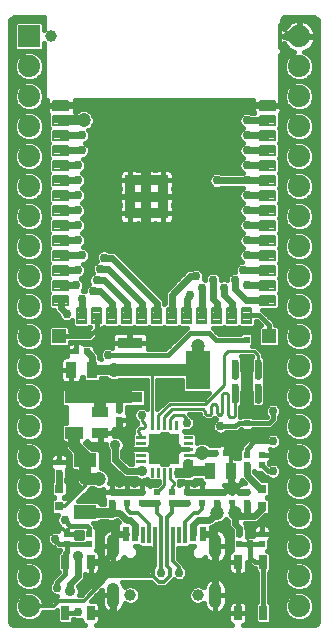
<source format=gtl>
G75*
%MOIN*%
%OFA0B0*%
%FSLAX25Y25*%
%IPPOS*%
%LPD*%
%AMOC8*
5,1,8,0,0,1.08239X$1,22.5*
%
%ADD10R,0.07400X0.07400*%
%ADD11C,0.07400*%
%ADD12R,0.02362X0.05118*%
%ADD13R,0.01181X0.05709*%
%ADD14C,0.04134*%
%ADD15R,0.02559X0.04724*%
%ADD16C,0.00246*%
%ADD17R,0.10236X0.10236*%
%ADD18R,0.08465X0.03740*%
%ADD19R,0.08465X0.12795*%
%ADD20R,0.02441X0.02441*%
%ADD21R,0.03543X0.05512*%
%ADD22R,0.07480X0.04724*%
%ADD23R,0.06299X0.03937*%
%ADD24R,0.05512X0.03543*%
%ADD25R,0.03150X0.03150*%
%ADD26R,0.01969X0.01575*%
%ADD27R,0.01969X0.02362*%
%ADD28C,0.03937*%
%ADD29C,0.00780*%
%ADD30R,0.03543X0.03543*%
%ADD31R,0.04724X0.04724*%
%ADD32C,0.02953*%
%ADD33C,0.01200*%
%ADD34C,0.03200*%
%ADD35C,0.02400*%
%ADD36C,0.01000*%
%ADD37C,0.01600*%
%ADD38C,0.04724*%
%ADD39C,0.04000*%
%ADD40C,0.03543*%
D10*
X0009300Y0200050D03*
D11*
X0009300Y0190050D03*
X0009300Y0180050D03*
X0009300Y0170050D03*
X0009300Y0160050D03*
X0009300Y0150050D03*
X0009300Y0140050D03*
X0009300Y0130050D03*
X0009300Y0120050D03*
X0009300Y0110050D03*
X0009300Y0100050D03*
X0009300Y0090050D03*
X0009300Y0080050D03*
X0009300Y0070050D03*
X0009300Y0060050D03*
X0009300Y0050050D03*
X0009300Y0040050D03*
X0009300Y0030050D03*
X0009300Y0020050D03*
X0009300Y0010050D03*
X0099300Y0010050D03*
X0099300Y0020050D03*
X0099300Y0030050D03*
X0099300Y0040050D03*
X0099300Y0050050D03*
X0099300Y0060050D03*
X0099300Y0070050D03*
X0099300Y0080050D03*
X0099300Y0090050D03*
X0099300Y0100050D03*
X0099300Y0110050D03*
X0099300Y0120050D03*
X0099300Y0130050D03*
X0099300Y0140050D03*
X0099300Y0150050D03*
X0099300Y0160050D03*
X0099300Y0170050D03*
X0099300Y0180050D03*
X0099300Y0190050D03*
X0099300Y0200050D03*
D12*
X0067095Y0034066D03*
X0063946Y0034066D03*
X0044654Y0034066D03*
X0041505Y0034066D03*
D13*
X0047410Y0033770D03*
X0049379Y0033770D03*
X0051347Y0033770D03*
X0053316Y0033770D03*
X0055284Y0033770D03*
X0057253Y0033770D03*
X0059221Y0033770D03*
X0061190Y0033770D03*
D14*
X0071308Y0032235D02*
X0071308Y0028101D01*
X0071308Y0015778D02*
X0071308Y0011644D01*
X0037292Y0011644D02*
X0037292Y0015778D01*
X0037292Y0028101D02*
X0037292Y0032235D01*
D15*
X0029782Y0024765D03*
X0021318Y0024765D03*
X0021318Y0007835D03*
X0029782Y0007835D03*
X0078818Y0007835D03*
X0087282Y0007835D03*
X0087282Y0024765D03*
X0078818Y0024765D03*
D16*
X0063724Y0058244D02*
X0060820Y0058244D01*
X0060820Y0058982D01*
X0063724Y0058982D01*
X0063724Y0058244D01*
X0063724Y0058489D02*
X0060820Y0058489D01*
X0060820Y0058734D02*
X0063724Y0058734D01*
X0063724Y0058979D02*
X0060820Y0058979D01*
X0060820Y0060212D02*
X0063724Y0060212D01*
X0060820Y0060212D02*
X0060820Y0060950D01*
X0063724Y0060950D01*
X0063724Y0060212D01*
X0063724Y0060457D02*
X0060820Y0060457D01*
X0060820Y0060702D02*
X0063724Y0060702D01*
X0063724Y0060947D02*
X0060820Y0060947D01*
X0060820Y0062181D02*
X0063724Y0062181D01*
X0060820Y0062181D02*
X0060820Y0062919D01*
X0063724Y0062919D01*
X0063724Y0062181D01*
X0063724Y0062426D02*
X0060820Y0062426D01*
X0060820Y0062671D02*
X0063724Y0062671D01*
X0063724Y0062916D02*
X0060820Y0062916D01*
X0060820Y0064150D02*
X0063724Y0064150D01*
X0060820Y0064150D02*
X0060820Y0064888D01*
X0063724Y0064888D01*
X0063724Y0064150D01*
X0063724Y0064395D02*
X0060820Y0064395D01*
X0060820Y0064640D02*
X0063724Y0064640D01*
X0063724Y0064885D02*
X0060820Y0064885D01*
X0060820Y0066118D02*
X0063724Y0066118D01*
X0060820Y0066118D02*
X0060820Y0066856D01*
X0063724Y0066856D01*
X0063724Y0066118D01*
X0063724Y0066363D02*
X0060820Y0066363D01*
X0060820Y0066608D02*
X0063724Y0066608D01*
X0063724Y0066853D02*
X0060820Y0066853D01*
X0058606Y0069070D02*
X0058606Y0071974D01*
X0058606Y0069070D02*
X0057868Y0069070D01*
X0057868Y0071974D01*
X0058606Y0071974D01*
X0058606Y0069315D02*
X0057868Y0069315D01*
X0057868Y0069560D02*
X0058606Y0069560D01*
X0058606Y0069805D02*
X0057868Y0069805D01*
X0057868Y0070050D02*
X0058606Y0070050D01*
X0058606Y0070295D02*
X0057868Y0070295D01*
X0057868Y0070540D02*
X0058606Y0070540D01*
X0058606Y0070785D02*
X0057868Y0070785D01*
X0057868Y0071030D02*
X0058606Y0071030D01*
X0058606Y0071275D02*
X0057868Y0071275D01*
X0057868Y0071520D02*
X0058606Y0071520D01*
X0058606Y0071765D02*
X0057868Y0071765D01*
X0056638Y0071974D02*
X0056638Y0069070D01*
X0055900Y0069070D01*
X0055900Y0071974D01*
X0056638Y0071974D01*
X0056638Y0069315D02*
X0055900Y0069315D01*
X0055900Y0069560D02*
X0056638Y0069560D01*
X0056638Y0069805D02*
X0055900Y0069805D01*
X0055900Y0070050D02*
X0056638Y0070050D01*
X0056638Y0070295D02*
X0055900Y0070295D01*
X0055900Y0070540D02*
X0056638Y0070540D01*
X0056638Y0070785D02*
X0055900Y0070785D01*
X0055900Y0071030D02*
X0056638Y0071030D01*
X0056638Y0071275D02*
X0055900Y0071275D01*
X0055900Y0071520D02*
X0056638Y0071520D01*
X0056638Y0071765D02*
X0055900Y0071765D01*
X0054669Y0071974D02*
X0054669Y0069070D01*
X0053931Y0069070D01*
X0053931Y0071974D01*
X0054669Y0071974D01*
X0054669Y0069315D02*
X0053931Y0069315D01*
X0053931Y0069560D02*
X0054669Y0069560D01*
X0054669Y0069805D02*
X0053931Y0069805D01*
X0053931Y0070050D02*
X0054669Y0070050D01*
X0054669Y0070295D02*
X0053931Y0070295D01*
X0053931Y0070540D02*
X0054669Y0070540D01*
X0054669Y0070785D02*
X0053931Y0070785D01*
X0053931Y0071030D02*
X0054669Y0071030D01*
X0054669Y0071275D02*
X0053931Y0071275D01*
X0053931Y0071520D02*
X0054669Y0071520D01*
X0054669Y0071765D02*
X0053931Y0071765D01*
X0052700Y0071974D02*
X0052700Y0069070D01*
X0051962Y0069070D01*
X0051962Y0071974D01*
X0052700Y0071974D01*
X0052700Y0069315D02*
X0051962Y0069315D01*
X0051962Y0069560D02*
X0052700Y0069560D01*
X0052700Y0069805D02*
X0051962Y0069805D01*
X0051962Y0070050D02*
X0052700Y0070050D01*
X0052700Y0070295D02*
X0051962Y0070295D01*
X0051962Y0070540D02*
X0052700Y0070540D01*
X0052700Y0070785D02*
X0051962Y0070785D01*
X0051962Y0071030D02*
X0052700Y0071030D01*
X0052700Y0071275D02*
X0051962Y0071275D01*
X0051962Y0071520D02*
X0052700Y0071520D01*
X0052700Y0071765D02*
X0051962Y0071765D01*
X0050732Y0071974D02*
X0050732Y0069070D01*
X0049994Y0069070D01*
X0049994Y0071974D01*
X0050732Y0071974D01*
X0050732Y0069315D02*
X0049994Y0069315D01*
X0049994Y0069560D02*
X0050732Y0069560D01*
X0050732Y0069805D02*
X0049994Y0069805D01*
X0049994Y0070050D02*
X0050732Y0070050D01*
X0050732Y0070295D02*
X0049994Y0070295D01*
X0049994Y0070540D02*
X0050732Y0070540D01*
X0050732Y0070785D02*
X0049994Y0070785D01*
X0049994Y0071030D02*
X0050732Y0071030D01*
X0050732Y0071275D02*
X0049994Y0071275D01*
X0049994Y0071520D02*
X0050732Y0071520D01*
X0050732Y0071765D02*
X0049994Y0071765D01*
X0047780Y0066118D02*
X0044876Y0066118D01*
X0044876Y0066856D01*
X0047780Y0066856D01*
X0047780Y0066118D01*
X0047780Y0066363D02*
X0044876Y0066363D01*
X0044876Y0066608D02*
X0047780Y0066608D01*
X0047780Y0066853D02*
X0044876Y0066853D01*
X0044876Y0064150D02*
X0047780Y0064150D01*
X0044876Y0064150D02*
X0044876Y0064888D01*
X0047780Y0064888D01*
X0047780Y0064150D01*
X0047780Y0064395D02*
X0044876Y0064395D01*
X0044876Y0064640D02*
X0047780Y0064640D01*
X0047780Y0064885D02*
X0044876Y0064885D01*
X0044876Y0062181D02*
X0047780Y0062181D01*
X0044876Y0062181D02*
X0044876Y0062919D01*
X0047780Y0062919D01*
X0047780Y0062181D01*
X0047780Y0062426D02*
X0044876Y0062426D01*
X0044876Y0062671D02*
X0047780Y0062671D01*
X0047780Y0062916D02*
X0044876Y0062916D01*
X0044876Y0060212D02*
X0047780Y0060212D01*
X0044876Y0060212D02*
X0044876Y0060950D01*
X0047780Y0060950D01*
X0047780Y0060212D01*
X0047780Y0060457D02*
X0044876Y0060457D01*
X0044876Y0060702D02*
X0047780Y0060702D01*
X0047780Y0060947D02*
X0044876Y0060947D01*
X0044876Y0058244D02*
X0047780Y0058244D01*
X0044876Y0058244D02*
X0044876Y0058982D01*
X0047780Y0058982D01*
X0047780Y0058244D01*
X0047780Y0058489D02*
X0044876Y0058489D01*
X0044876Y0058734D02*
X0047780Y0058734D01*
X0047780Y0058979D02*
X0044876Y0058979D01*
X0050732Y0056030D02*
X0050732Y0053126D01*
X0049994Y0053126D01*
X0049994Y0056030D01*
X0050732Y0056030D01*
X0050732Y0053371D02*
X0049994Y0053371D01*
X0049994Y0053616D02*
X0050732Y0053616D01*
X0050732Y0053861D02*
X0049994Y0053861D01*
X0049994Y0054106D02*
X0050732Y0054106D01*
X0050732Y0054351D02*
X0049994Y0054351D01*
X0049994Y0054596D02*
X0050732Y0054596D01*
X0050732Y0054841D02*
X0049994Y0054841D01*
X0049994Y0055086D02*
X0050732Y0055086D01*
X0050732Y0055331D02*
X0049994Y0055331D01*
X0049994Y0055576D02*
X0050732Y0055576D01*
X0050732Y0055821D02*
X0049994Y0055821D01*
X0052700Y0056030D02*
X0052700Y0053126D01*
X0051962Y0053126D01*
X0051962Y0056030D01*
X0052700Y0056030D01*
X0052700Y0053371D02*
X0051962Y0053371D01*
X0051962Y0053616D02*
X0052700Y0053616D01*
X0052700Y0053861D02*
X0051962Y0053861D01*
X0051962Y0054106D02*
X0052700Y0054106D01*
X0052700Y0054351D02*
X0051962Y0054351D01*
X0051962Y0054596D02*
X0052700Y0054596D01*
X0052700Y0054841D02*
X0051962Y0054841D01*
X0051962Y0055086D02*
X0052700Y0055086D01*
X0052700Y0055331D02*
X0051962Y0055331D01*
X0051962Y0055576D02*
X0052700Y0055576D01*
X0052700Y0055821D02*
X0051962Y0055821D01*
X0054669Y0056030D02*
X0054669Y0053126D01*
X0053931Y0053126D01*
X0053931Y0056030D01*
X0054669Y0056030D01*
X0054669Y0053371D02*
X0053931Y0053371D01*
X0053931Y0053616D02*
X0054669Y0053616D01*
X0054669Y0053861D02*
X0053931Y0053861D01*
X0053931Y0054106D02*
X0054669Y0054106D01*
X0054669Y0054351D02*
X0053931Y0054351D01*
X0053931Y0054596D02*
X0054669Y0054596D01*
X0054669Y0054841D02*
X0053931Y0054841D01*
X0053931Y0055086D02*
X0054669Y0055086D01*
X0054669Y0055331D02*
X0053931Y0055331D01*
X0053931Y0055576D02*
X0054669Y0055576D01*
X0054669Y0055821D02*
X0053931Y0055821D01*
X0056638Y0056030D02*
X0056638Y0053126D01*
X0055900Y0053126D01*
X0055900Y0056030D01*
X0056638Y0056030D01*
X0056638Y0053371D02*
X0055900Y0053371D01*
X0055900Y0053616D02*
X0056638Y0053616D01*
X0056638Y0053861D02*
X0055900Y0053861D01*
X0055900Y0054106D02*
X0056638Y0054106D01*
X0056638Y0054351D02*
X0055900Y0054351D01*
X0055900Y0054596D02*
X0056638Y0054596D01*
X0056638Y0054841D02*
X0055900Y0054841D01*
X0055900Y0055086D02*
X0056638Y0055086D01*
X0056638Y0055331D02*
X0055900Y0055331D01*
X0055900Y0055576D02*
X0056638Y0055576D01*
X0056638Y0055821D02*
X0055900Y0055821D01*
X0058606Y0056030D02*
X0058606Y0053126D01*
X0057868Y0053126D01*
X0057868Y0056030D01*
X0058606Y0056030D01*
X0058606Y0053371D02*
X0057868Y0053371D01*
X0057868Y0053616D02*
X0058606Y0053616D01*
X0058606Y0053861D02*
X0057868Y0053861D01*
X0057868Y0054106D02*
X0058606Y0054106D01*
X0058606Y0054351D02*
X0057868Y0054351D01*
X0057868Y0054596D02*
X0058606Y0054596D01*
X0058606Y0054841D02*
X0057868Y0054841D01*
X0057868Y0055086D02*
X0058606Y0055086D01*
X0058606Y0055331D02*
X0057868Y0055331D01*
X0057868Y0055576D02*
X0058606Y0055576D01*
X0058606Y0055821D02*
X0057868Y0055821D01*
D17*
X0054300Y0062550D03*
D18*
X0042883Y0079745D03*
X0042883Y0088800D03*
X0042883Y0097855D03*
D19*
X0065717Y0088800D03*
D20*
X0078050Y0086822D03*
X0078050Y0083278D03*
X0085550Y0083278D03*
X0085550Y0086822D03*
X0074822Y0061300D03*
X0071278Y0061300D03*
X0071800Y0048072D03*
X0071800Y0044528D03*
X0066800Y0044528D03*
X0066800Y0048072D03*
X0061800Y0048072D03*
X0061800Y0044528D03*
X0056800Y0044528D03*
X0056800Y0048072D03*
X0051800Y0048072D03*
X0051800Y0044528D03*
X0046800Y0044528D03*
X0046800Y0048072D03*
X0041800Y0048072D03*
X0041800Y0044528D03*
X0036800Y0044528D03*
X0036800Y0048072D03*
X0029300Y0034322D03*
X0029300Y0030778D03*
X0021800Y0030778D03*
X0021800Y0034322D03*
X0019300Y0054528D03*
X0019300Y0058072D03*
X0025028Y0095050D03*
X0028572Y0095050D03*
X0039300Y0075572D03*
X0039300Y0072028D03*
X0079300Y0034322D03*
X0079300Y0030778D03*
X0086800Y0030778D03*
X0086800Y0034322D03*
X0081800Y0044528D03*
X0081800Y0048072D03*
X0081800Y0057028D03*
X0081800Y0060572D03*
X0086800Y0060572D03*
X0086800Y0057028D03*
D21*
X0076593Y0055050D03*
X0069507Y0055050D03*
X0030343Y0088800D03*
X0023257Y0088800D03*
D22*
X0028050Y0058711D03*
X0028050Y0041389D03*
D23*
X0024300Y0067894D03*
X0024300Y0079706D03*
D24*
X0033050Y0074843D03*
X0033050Y0067757D03*
D25*
X0019300Y0049253D03*
X0019300Y0043347D03*
X0086800Y0043347D03*
X0086800Y0049253D03*
D26*
X0076800Y0047875D03*
X0076800Y0044725D03*
D27*
X0081800Y0071113D03*
X0078060Y0078987D03*
X0078060Y0091113D03*
X0081800Y0098987D03*
X0085540Y0091113D03*
X0085540Y0078987D03*
D28*
X0065550Y0013800D03*
X0043050Y0013800D03*
X0016644Y0200050D03*
D29*
X0017288Y0175628D02*
X0022414Y0175628D01*
X0017288Y0175628D02*
X0017288Y0178390D01*
X0022414Y0178390D01*
X0022414Y0175628D01*
X0022414Y0176407D02*
X0017288Y0176407D01*
X0017288Y0177186D02*
X0022414Y0177186D01*
X0022414Y0177965D02*
X0017288Y0177965D01*
X0017288Y0170628D02*
X0022414Y0170628D01*
X0017288Y0170628D02*
X0017288Y0173390D01*
X0022414Y0173390D01*
X0022414Y0170628D01*
X0022414Y0171407D02*
X0017288Y0171407D01*
X0017288Y0172186D02*
X0022414Y0172186D01*
X0022414Y0172965D02*
X0017288Y0172965D01*
X0017288Y0165628D02*
X0022414Y0165628D01*
X0017288Y0165628D02*
X0017288Y0168390D01*
X0022414Y0168390D01*
X0022414Y0165628D01*
X0022414Y0166407D02*
X0017288Y0166407D01*
X0017288Y0167186D02*
X0022414Y0167186D01*
X0022414Y0167965D02*
X0017288Y0167965D01*
X0017288Y0160628D02*
X0022414Y0160628D01*
X0017288Y0160628D02*
X0017288Y0163390D01*
X0022414Y0163390D01*
X0022414Y0160628D01*
X0022414Y0161407D02*
X0017288Y0161407D01*
X0017288Y0162186D02*
X0022414Y0162186D01*
X0022414Y0162965D02*
X0017288Y0162965D01*
X0017288Y0155628D02*
X0022414Y0155628D01*
X0017288Y0155628D02*
X0017288Y0158390D01*
X0022414Y0158390D01*
X0022414Y0155628D01*
X0022414Y0156407D02*
X0017288Y0156407D01*
X0017288Y0157186D02*
X0022414Y0157186D01*
X0022414Y0157965D02*
X0017288Y0157965D01*
X0017288Y0150628D02*
X0022414Y0150628D01*
X0017288Y0150628D02*
X0017288Y0153390D01*
X0022414Y0153390D01*
X0022414Y0150628D01*
X0022414Y0151407D02*
X0017288Y0151407D01*
X0017288Y0152186D02*
X0022414Y0152186D01*
X0022414Y0152965D02*
X0017288Y0152965D01*
X0017288Y0145628D02*
X0022414Y0145628D01*
X0017288Y0145628D02*
X0017288Y0148390D01*
X0022414Y0148390D01*
X0022414Y0145628D01*
X0022414Y0146407D02*
X0017288Y0146407D01*
X0017288Y0147186D02*
X0022414Y0147186D01*
X0022414Y0147965D02*
X0017288Y0147965D01*
X0017288Y0140628D02*
X0022414Y0140628D01*
X0017288Y0140628D02*
X0017288Y0143390D01*
X0022414Y0143390D01*
X0022414Y0140628D01*
X0022414Y0141407D02*
X0017288Y0141407D01*
X0017288Y0142186D02*
X0022414Y0142186D01*
X0022414Y0142965D02*
X0017288Y0142965D01*
X0017288Y0135628D02*
X0022414Y0135628D01*
X0017288Y0135628D02*
X0017288Y0138390D01*
X0022414Y0138390D01*
X0022414Y0135628D01*
X0022414Y0136407D02*
X0017288Y0136407D01*
X0017288Y0137186D02*
X0022414Y0137186D01*
X0022414Y0137965D02*
X0017288Y0137965D01*
X0017288Y0130628D02*
X0022414Y0130628D01*
X0017288Y0130628D02*
X0017288Y0133390D01*
X0022414Y0133390D01*
X0022414Y0130628D01*
X0022414Y0131407D02*
X0017288Y0131407D01*
X0017288Y0132186D02*
X0022414Y0132186D01*
X0022414Y0132965D02*
X0017288Y0132965D01*
X0017288Y0125628D02*
X0022414Y0125628D01*
X0017288Y0125628D02*
X0017288Y0128390D01*
X0022414Y0128390D01*
X0022414Y0125628D01*
X0022414Y0126407D02*
X0017288Y0126407D01*
X0017288Y0127186D02*
X0022414Y0127186D01*
X0022414Y0127965D02*
X0017288Y0127965D01*
X0017288Y0120628D02*
X0022414Y0120628D01*
X0017288Y0120628D02*
X0017288Y0123390D01*
X0022414Y0123390D01*
X0022414Y0120628D01*
X0022414Y0121407D02*
X0017288Y0121407D01*
X0017288Y0122186D02*
X0022414Y0122186D01*
X0022414Y0122965D02*
X0017288Y0122965D01*
X0017288Y0115628D02*
X0022414Y0115628D01*
X0017288Y0115628D02*
X0017288Y0118390D01*
X0022414Y0118390D01*
X0022414Y0115628D01*
X0022414Y0116407D02*
X0017288Y0116407D01*
X0017288Y0117186D02*
X0022414Y0117186D01*
X0022414Y0117965D02*
X0017288Y0117965D01*
X0017288Y0110628D02*
X0022414Y0110628D01*
X0017288Y0110628D02*
X0017288Y0113390D01*
X0022414Y0113390D01*
X0022414Y0110628D01*
X0022414Y0111407D02*
X0017288Y0111407D01*
X0017288Y0112186D02*
X0022414Y0112186D01*
X0022414Y0112965D02*
X0017288Y0112965D01*
X0028181Y0109650D02*
X0028181Y0104524D01*
X0025419Y0104524D01*
X0025419Y0109650D01*
X0028181Y0109650D01*
X0028181Y0105303D02*
X0025419Y0105303D01*
X0025419Y0106082D02*
X0028181Y0106082D01*
X0028181Y0106861D02*
X0025419Y0106861D01*
X0025419Y0107640D02*
X0028181Y0107640D01*
X0028181Y0108419D02*
X0025419Y0108419D01*
X0025419Y0109198D02*
X0028181Y0109198D01*
X0033181Y0109650D02*
X0033181Y0104524D01*
X0030419Y0104524D01*
X0030419Y0109650D01*
X0033181Y0109650D01*
X0033181Y0105303D02*
X0030419Y0105303D01*
X0030419Y0106082D02*
X0033181Y0106082D01*
X0033181Y0106861D02*
X0030419Y0106861D01*
X0030419Y0107640D02*
X0033181Y0107640D01*
X0033181Y0108419D02*
X0030419Y0108419D01*
X0030419Y0109198D02*
X0033181Y0109198D01*
X0038181Y0109650D02*
X0038181Y0104524D01*
X0035419Y0104524D01*
X0035419Y0109650D01*
X0038181Y0109650D01*
X0038181Y0105303D02*
X0035419Y0105303D01*
X0035419Y0106082D02*
X0038181Y0106082D01*
X0038181Y0106861D02*
X0035419Y0106861D01*
X0035419Y0107640D02*
X0038181Y0107640D01*
X0038181Y0108419D02*
X0035419Y0108419D01*
X0035419Y0109198D02*
X0038181Y0109198D01*
X0043181Y0109650D02*
X0043181Y0104524D01*
X0040419Y0104524D01*
X0040419Y0109650D01*
X0043181Y0109650D01*
X0043181Y0105303D02*
X0040419Y0105303D01*
X0040419Y0106082D02*
X0043181Y0106082D01*
X0043181Y0106861D02*
X0040419Y0106861D01*
X0040419Y0107640D02*
X0043181Y0107640D01*
X0043181Y0108419D02*
X0040419Y0108419D01*
X0040419Y0109198D02*
X0043181Y0109198D01*
X0048181Y0109650D02*
X0048181Y0104524D01*
X0045419Y0104524D01*
X0045419Y0109650D01*
X0048181Y0109650D01*
X0048181Y0105303D02*
X0045419Y0105303D01*
X0045419Y0106082D02*
X0048181Y0106082D01*
X0048181Y0106861D02*
X0045419Y0106861D01*
X0045419Y0107640D02*
X0048181Y0107640D01*
X0048181Y0108419D02*
X0045419Y0108419D01*
X0045419Y0109198D02*
X0048181Y0109198D01*
X0053181Y0109650D02*
X0053181Y0104524D01*
X0050419Y0104524D01*
X0050419Y0109650D01*
X0053181Y0109650D01*
X0053181Y0105303D02*
X0050419Y0105303D01*
X0050419Y0106082D02*
X0053181Y0106082D01*
X0053181Y0106861D02*
X0050419Y0106861D01*
X0050419Y0107640D02*
X0053181Y0107640D01*
X0053181Y0108419D02*
X0050419Y0108419D01*
X0050419Y0109198D02*
X0053181Y0109198D01*
X0058181Y0109650D02*
X0058181Y0104524D01*
X0055419Y0104524D01*
X0055419Y0109650D01*
X0058181Y0109650D01*
X0058181Y0105303D02*
X0055419Y0105303D01*
X0055419Y0106082D02*
X0058181Y0106082D01*
X0058181Y0106861D02*
X0055419Y0106861D01*
X0055419Y0107640D02*
X0058181Y0107640D01*
X0058181Y0108419D02*
X0055419Y0108419D01*
X0055419Y0109198D02*
X0058181Y0109198D01*
X0063181Y0109650D02*
X0063181Y0104524D01*
X0060419Y0104524D01*
X0060419Y0109650D01*
X0063181Y0109650D01*
X0063181Y0105303D02*
X0060419Y0105303D01*
X0060419Y0106082D02*
X0063181Y0106082D01*
X0063181Y0106861D02*
X0060419Y0106861D01*
X0060419Y0107640D02*
X0063181Y0107640D01*
X0063181Y0108419D02*
X0060419Y0108419D01*
X0060419Y0109198D02*
X0063181Y0109198D01*
X0068181Y0109650D02*
X0068181Y0104524D01*
X0065419Y0104524D01*
X0065419Y0109650D01*
X0068181Y0109650D01*
X0068181Y0105303D02*
X0065419Y0105303D01*
X0065419Y0106082D02*
X0068181Y0106082D01*
X0068181Y0106861D02*
X0065419Y0106861D01*
X0065419Y0107640D02*
X0068181Y0107640D01*
X0068181Y0108419D02*
X0065419Y0108419D01*
X0065419Y0109198D02*
X0068181Y0109198D01*
X0073181Y0109650D02*
X0073181Y0104524D01*
X0070419Y0104524D01*
X0070419Y0109650D01*
X0073181Y0109650D01*
X0073181Y0105303D02*
X0070419Y0105303D01*
X0070419Y0106082D02*
X0073181Y0106082D01*
X0073181Y0106861D02*
X0070419Y0106861D01*
X0070419Y0107640D02*
X0073181Y0107640D01*
X0073181Y0108419D02*
X0070419Y0108419D01*
X0070419Y0109198D02*
X0073181Y0109198D01*
X0078181Y0109650D02*
X0078181Y0104524D01*
X0075419Y0104524D01*
X0075419Y0109650D01*
X0078181Y0109650D01*
X0078181Y0105303D02*
X0075419Y0105303D01*
X0075419Y0106082D02*
X0078181Y0106082D01*
X0078181Y0106861D02*
X0075419Y0106861D01*
X0075419Y0107640D02*
X0078181Y0107640D01*
X0078181Y0108419D02*
X0075419Y0108419D01*
X0075419Y0109198D02*
X0078181Y0109198D01*
X0083181Y0109650D02*
X0083181Y0104524D01*
X0080419Y0104524D01*
X0080419Y0109650D01*
X0083181Y0109650D01*
X0083181Y0105303D02*
X0080419Y0105303D01*
X0080419Y0106082D02*
X0083181Y0106082D01*
X0083181Y0106861D02*
X0080419Y0106861D01*
X0080419Y0107640D02*
X0083181Y0107640D01*
X0083181Y0108419D02*
X0080419Y0108419D01*
X0080419Y0109198D02*
X0083181Y0109198D01*
X0086186Y0113390D02*
X0091312Y0113390D01*
X0091312Y0110628D01*
X0086186Y0110628D01*
X0086186Y0113390D01*
X0086186Y0111407D02*
X0091312Y0111407D01*
X0091312Y0112186D02*
X0086186Y0112186D01*
X0086186Y0112965D02*
X0091312Y0112965D01*
X0091312Y0118390D02*
X0086186Y0118390D01*
X0091312Y0118390D02*
X0091312Y0115628D01*
X0086186Y0115628D01*
X0086186Y0118390D01*
X0086186Y0116407D02*
X0091312Y0116407D01*
X0091312Y0117186D02*
X0086186Y0117186D01*
X0086186Y0117965D02*
X0091312Y0117965D01*
X0091312Y0123390D02*
X0086186Y0123390D01*
X0091312Y0123390D02*
X0091312Y0120628D01*
X0086186Y0120628D01*
X0086186Y0123390D01*
X0086186Y0121407D02*
X0091312Y0121407D01*
X0091312Y0122186D02*
X0086186Y0122186D01*
X0086186Y0122965D02*
X0091312Y0122965D01*
X0091312Y0128390D02*
X0086186Y0128390D01*
X0091312Y0128390D02*
X0091312Y0125628D01*
X0086186Y0125628D01*
X0086186Y0128390D01*
X0086186Y0126407D02*
X0091312Y0126407D01*
X0091312Y0127186D02*
X0086186Y0127186D01*
X0086186Y0127965D02*
X0091312Y0127965D01*
X0091312Y0133390D02*
X0086186Y0133390D01*
X0091312Y0133390D02*
X0091312Y0130628D01*
X0086186Y0130628D01*
X0086186Y0133390D01*
X0086186Y0131407D02*
X0091312Y0131407D01*
X0091312Y0132186D02*
X0086186Y0132186D01*
X0086186Y0132965D02*
X0091312Y0132965D01*
X0091312Y0138390D02*
X0086186Y0138390D01*
X0091312Y0138390D02*
X0091312Y0135628D01*
X0086186Y0135628D01*
X0086186Y0138390D01*
X0086186Y0136407D02*
X0091312Y0136407D01*
X0091312Y0137186D02*
X0086186Y0137186D01*
X0086186Y0137965D02*
X0091312Y0137965D01*
X0091312Y0143390D02*
X0086186Y0143390D01*
X0091312Y0143390D02*
X0091312Y0140628D01*
X0086186Y0140628D01*
X0086186Y0143390D01*
X0086186Y0141407D02*
X0091312Y0141407D01*
X0091312Y0142186D02*
X0086186Y0142186D01*
X0086186Y0142965D02*
X0091312Y0142965D01*
X0091312Y0148390D02*
X0086186Y0148390D01*
X0091312Y0148390D02*
X0091312Y0145628D01*
X0086186Y0145628D01*
X0086186Y0148390D01*
X0086186Y0146407D02*
X0091312Y0146407D01*
X0091312Y0147186D02*
X0086186Y0147186D01*
X0086186Y0147965D02*
X0091312Y0147965D01*
X0091312Y0153390D02*
X0086186Y0153390D01*
X0091312Y0153390D02*
X0091312Y0150628D01*
X0086186Y0150628D01*
X0086186Y0153390D01*
X0086186Y0151407D02*
X0091312Y0151407D01*
X0091312Y0152186D02*
X0086186Y0152186D01*
X0086186Y0152965D02*
X0091312Y0152965D01*
X0091312Y0158390D02*
X0086186Y0158390D01*
X0091312Y0158390D02*
X0091312Y0155628D01*
X0086186Y0155628D01*
X0086186Y0158390D01*
X0086186Y0156407D02*
X0091312Y0156407D01*
X0091312Y0157186D02*
X0086186Y0157186D01*
X0086186Y0157965D02*
X0091312Y0157965D01*
X0091312Y0163390D02*
X0086186Y0163390D01*
X0091312Y0163390D02*
X0091312Y0160628D01*
X0086186Y0160628D01*
X0086186Y0163390D01*
X0086186Y0161407D02*
X0091312Y0161407D01*
X0091312Y0162186D02*
X0086186Y0162186D01*
X0086186Y0162965D02*
X0091312Y0162965D01*
X0091312Y0168390D02*
X0086186Y0168390D01*
X0091312Y0168390D02*
X0091312Y0165628D01*
X0086186Y0165628D01*
X0086186Y0168390D01*
X0086186Y0166407D02*
X0091312Y0166407D01*
X0091312Y0167186D02*
X0086186Y0167186D01*
X0086186Y0167965D02*
X0091312Y0167965D01*
X0091312Y0173390D02*
X0086186Y0173390D01*
X0091312Y0173390D02*
X0091312Y0170628D01*
X0086186Y0170628D01*
X0086186Y0173390D01*
X0086186Y0171407D02*
X0091312Y0171407D01*
X0091312Y0172186D02*
X0086186Y0172186D01*
X0086186Y0172965D02*
X0091312Y0172965D01*
X0091312Y0178390D02*
X0086186Y0178390D01*
X0091312Y0178390D02*
X0091312Y0175628D01*
X0086186Y0175628D01*
X0086186Y0178390D01*
X0086186Y0176407D02*
X0091312Y0176407D01*
X0091312Y0177186D02*
X0086186Y0177186D01*
X0086186Y0177965D02*
X0091312Y0177965D01*
D30*
X0053906Y0152127D03*
X0053906Y0146615D03*
X0053906Y0141103D03*
X0048394Y0141103D03*
X0048394Y0146615D03*
X0048394Y0152127D03*
X0042883Y0152127D03*
X0042883Y0146615D03*
X0042883Y0141103D03*
D31*
X0019300Y0100050D03*
X0089300Y0100050D03*
D32*
X0094300Y0095050D03*
X0094300Y0085050D03*
X0094300Y0075050D03*
X0090550Y0075050D03*
X0090550Y0065050D03*
X0094300Y0065050D03*
X0094300Y0055050D03*
X0090550Y0055050D03*
X0094300Y0045050D03*
X0094300Y0035050D03*
X0094300Y0025050D03*
X0094300Y0015050D03*
X0094300Y0005050D03*
X0083050Y0030778D03*
X0068050Y0007550D03*
X0064300Y0007550D03*
X0060550Y0007550D03*
X0060550Y0011300D03*
X0060550Y0015050D03*
X0056800Y0015050D03*
X0056800Y0011300D03*
X0056800Y0007550D03*
X0051800Y0007550D03*
X0051800Y0011300D03*
X0051800Y0015050D03*
X0048050Y0015050D03*
X0048050Y0011300D03*
X0048050Y0007550D03*
X0044300Y0007550D03*
X0040550Y0007550D03*
X0029300Y0018175D03*
X0025550Y0008175D03*
X0018675Y0016300D03*
X0014300Y0015050D03*
X0014300Y0025050D03*
X0018050Y0032550D03*
X0021175Y0038800D03*
X0014300Y0055050D03*
X0014300Y0065050D03*
X0035550Y0093800D03*
X0041800Y0084425D03*
X0046800Y0073800D03*
X0052425Y0064425D03*
X0052425Y0060675D03*
X0056175Y0060675D03*
X0056175Y0064425D03*
X0061800Y0071300D03*
X0065550Y0070050D03*
X0073050Y0070050D03*
X0055550Y0080050D03*
X0039300Y0068175D03*
X0021800Y0107550D03*
X0026800Y0112550D03*
X0024925Y0117009D03*
X0025550Y0122009D03*
X0026800Y0127009D03*
X0025550Y0132009D03*
X0025550Y0137009D03*
X0025550Y0142009D03*
X0025550Y0147009D03*
X0025550Y0152009D03*
X0025550Y0157009D03*
X0026800Y0162009D03*
X0026800Y0167009D03*
X0029300Y0177550D03*
X0033050Y0177550D03*
X0036800Y0177550D03*
X0040550Y0177550D03*
X0044300Y0177550D03*
X0048050Y0177550D03*
X0048050Y0173800D03*
X0051800Y0173800D03*
X0051800Y0170050D03*
X0051800Y0166300D03*
X0051800Y0162550D03*
X0051800Y0158800D03*
X0048050Y0158800D03*
X0048050Y0162550D03*
X0044300Y0162550D03*
X0044300Y0158800D03*
X0040550Y0158800D03*
X0040550Y0162550D03*
X0051800Y0177550D03*
X0055550Y0177550D03*
X0055550Y0173800D03*
X0055550Y0170050D03*
X0055550Y0166300D03*
X0055550Y0162550D03*
X0055550Y0158800D03*
X0059300Y0158800D03*
X0059300Y0155050D03*
X0059300Y0151300D03*
X0059300Y0147550D03*
X0059300Y0143800D03*
X0059300Y0140050D03*
X0059300Y0136300D03*
X0055550Y0133800D03*
X0051800Y0133800D03*
X0048050Y0133800D03*
X0034300Y0126300D03*
X0033050Y0122550D03*
X0031800Y0118800D03*
X0030550Y0115050D03*
X0030550Y0130050D03*
X0030550Y0133800D03*
X0014300Y0135050D03*
X0014300Y0125050D03*
X0014300Y0145050D03*
X0014300Y0155050D03*
X0014300Y0165050D03*
X0059300Y0166300D03*
X0059300Y0170050D03*
X0059300Y0173800D03*
X0059300Y0177550D03*
X0063050Y0177550D03*
X0063050Y0173800D03*
X0063050Y0170050D03*
X0063050Y0166300D03*
X0063050Y0162550D03*
X0063050Y0158800D03*
X0063050Y0155050D03*
X0063050Y0151300D03*
X0063050Y0147550D03*
X0063050Y0143800D03*
X0063050Y0140050D03*
X0070550Y0125050D03*
X0070550Y0118800D03*
X0066800Y0116300D03*
X0064925Y0120050D03*
X0063050Y0113800D03*
X0074300Y0116300D03*
X0074300Y0121300D03*
X0074300Y0125050D03*
X0074300Y0128800D03*
X0078050Y0128800D03*
X0078050Y0125050D03*
X0080550Y0122009D03*
X0081800Y0127009D03*
X0081800Y0132009D03*
X0081800Y0137009D03*
X0081800Y0142009D03*
X0081800Y0147009D03*
X0081800Y0152009D03*
X0081800Y0157009D03*
X0081800Y0162009D03*
X0081800Y0167009D03*
X0081800Y0172009D03*
X0081800Y0177550D03*
X0078050Y0177550D03*
X0078050Y0173800D03*
X0078050Y0170050D03*
X0074300Y0170050D03*
X0074300Y0166300D03*
X0074300Y0173800D03*
X0074300Y0177550D03*
X0070550Y0177550D03*
X0070550Y0173800D03*
X0070550Y0170050D03*
X0070550Y0166300D03*
X0070550Y0162550D03*
X0066800Y0162550D03*
X0066800Y0158800D03*
X0066800Y0166300D03*
X0066800Y0170050D03*
X0066800Y0173800D03*
X0066800Y0177550D03*
X0059300Y0162550D03*
X0071800Y0152009D03*
X0078050Y0132550D03*
X0078050Y0118800D03*
X0081800Y0117009D03*
X0094300Y0115050D03*
X0094300Y0105050D03*
X0094300Y0125050D03*
X0094300Y0135050D03*
X0094300Y0145050D03*
X0094300Y0155050D03*
X0094300Y0165050D03*
X0094300Y0175050D03*
X0094300Y0195050D03*
X0094300Y0205050D03*
X0059300Y0021300D03*
X0053316Y0021300D03*
X0014300Y0005050D03*
D33*
X0017425Y0010050D02*
X0019300Y0011925D01*
X0027425Y0011925D01*
X0035550Y0020050D01*
X0050550Y0020050D01*
X0052425Y0018175D01*
X0054300Y0018175D01*
X0056175Y0020050D01*
X0056175Y0022550D01*
X0055284Y0023441D01*
X0055284Y0033770D01*
X0055284Y0039784D01*
X0056800Y0041300D01*
X0056800Y0044528D01*
X0053316Y0039784D02*
X0051800Y0041300D01*
X0051800Y0044528D01*
X0053316Y0039784D02*
X0053316Y0033770D01*
X0053316Y0021300D01*
X0051347Y0023347D02*
X0050550Y0022550D01*
X0050550Y0020050D01*
X0051347Y0023347D02*
X0051347Y0033770D01*
X0049379Y0033770D02*
X0049379Y0037471D01*
X0045550Y0041300D01*
X0043050Y0041300D01*
X0041800Y0042550D01*
X0041800Y0044528D01*
X0028050Y0050050D02*
X0021347Y0043347D01*
X0019300Y0043347D01*
X0020550Y0035675D02*
X0015550Y0035675D01*
X0015550Y0053800D01*
X0014300Y0055050D01*
X0015550Y0056300D01*
X0015550Y0058175D01*
X0015550Y0058072D01*
X0019300Y0058072D01*
X0015550Y0058175D02*
X0015550Y0063800D01*
X0014300Y0065050D01*
X0015550Y0066300D01*
X0015550Y0084425D01*
X0041800Y0084425D01*
X0042883Y0097855D02*
X0025855Y0097855D01*
X0025550Y0097550D01*
X0025028Y0097028D01*
X0025028Y0095050D01*
X0015550Y0095050D01*
X0015550Y0123800D01*
X0014300Y0125050D01*
X0015550Y0123800D01*
X0014300Y0125050D02*
X0015550Y0126300D01*
X0015550Y0133800D01*
X0014300Y0135050D01*
X0015550Y0136300D01*
X0015550Y0143800D01*
X0014300Y0145050D01*
X0015550Y0146300D01*
X0015550Y0153800D01*
X0014300Y0155050D01*
X0015550Y0156300D01*
X0015550Y0163800D01*
X0014300Y0165050D01*
X0015550Y0166300D01*
X0015550Y0176300D01*
X0016259Y0177009D01*
X0019851Y0177009D01*
X0042883Y0146615D02*
X0048394Y0146615D01*
X0053906Y0146615D01*
X0053906Y0141103D01*
X0053906Y0146615D02*
X0048394Y0146615D01*
X0048050Y0133800D02*
X0030550Y0133800D01*
X0015550Y0095050D02*
X0015550Y0088800D01*
X0023257Y0088800D01*
X0015550Y0088800D02*
X0015550Y0084425D01*
X0028050Y0052550D02*
X0028050Y0050050D01*
X0020550Y0035675D02*
X0021800Y0034425D01*
X0021800Y0034322D01*
X0015550Y0035675D02*
X0014925Y0035050D01*
X0014925Y0025675D01*
X0014300Y0025050D01*
X0015550Y0023800D01*
X0015550Y0016300D01*
X0014300Y0015050D01*
X0017425Y0010050D02*
X0009300Y0010050D01*
X0057253Y0025222D02*
X0059300Y0023175D01*
X0059300Y0021300D01*
X0057253Y0025222D02*
X0057253Y0033770D01*
X0061190Y0033770D02*
X0061190Y0038190D01*
X0064300Y0041300D01*
X0065550Y0041300D01*
X0066800Y0042550D01*
X0066800Y0044528D01*
X0074822Y0061300D02*
X0076593Y0061300D01*
X0076593Y0064843D01*
X0076800Y0065050D01*
X0073050Y0065050D01*
X0068050Y0070050D01*
X0065550Y0070050D01*
X0076800Y0065050D02*
X0078050Y0065050D01*
X0081175Y0068175D01*
X0093050Y0068175D01*
X0093050Y0073800D01*
X0094300Y0075050D01*
X0093050Y0073800D01*
X0094300Y0075050D02*
X0093050Y0076300D01*
X0093050Y0083800D01*
X0094300Y0085050D01*
X0093050Y0086300D01*
X0093050Y0093800D01*
X0094300Y0095050D01*
X0093050Y0096300D01*
X0093050Y0103800D01*
X0094300Y0105050D01*
X0093050Y0106300D01*
X0093050Y0113800D01*
X0094300Y0115050D01*
X0093050Y0116300D01*
X0093050Y0123800D01*
X0094300Y0125050D01*
X0093050Y0126300D01*
X0093050Y0133800D01*
X0094300Y0135050D01*
X0093050Y0136300D01*
X0093050Y0143800D01*
X0094300Y0145050D01*
X0093050Y0146300D01*
X0093050Y0153800D01*
X0094300Y0155050D01*
X0093050Y0156300D01*
X0093050Y0163800D01*
X0094300Y0165050D01*
X0093050Y0166300D01*
X0093050Y0173800D01*
X0094300Y0175050D01*
X0093050Y0176300D01*
X0093050Y0177550D01*
X0093050Y0177009D01*
X0088749Y0177009D01*
X0093050Y0177009D02*
X0093050Y0177550D01*
X0093050Y0193800D01*
X0094300Y0195050D01*
X0093050Y0196300D01*
X0093050Y0200050D01*
X0095550Y0200050D01*
X0093050Y0200050D02*
X0093050Y0203800D01*
X0094300Y0205050D01*
X0078050Y0132550D02*
X0064300Y0132550D01*
X0063050Y0133800D01*
X0055550Y0133800D01*
X0076593Y0061300D02*
X0076593Y0055050D01*
X0086800Y0060572D02*
X0093050Y0060572D01*
X0093050Y0060050D01*
X0093050Y0062550D01*
X0094300Y0063800D01*
X0094300Y0065050D01*
X0094300Y0066300D01*
X0093050Y0067550D01*
X0093050Y0068175D01*
X0093050Y0060050D02*
X0093050Y0057550D01*
X0094300Y0056300D01*
X0094300Y0055050D01*
X0094300Y0053800D01*
X0093050Y0052550D01*
X0093050Y0046300D01*
X0094300Y0045050D01*
X0093050Y0046300D01*
X0094300Y0045050D02*
X0093050Y0043800D01*
X0093050Y0037550D01*
X0088050Y0037550D01*
X0086800Y0036300D01*
X0086800Y0034322D01*
X0093050Y0033800D02*
X0093050Y0026300D01*
X0094300Y0025050D01*
X0093050Y0023800D01*
X0093050Y0016300D01*
X0094300Y0015050D01*
X0093050Y0013800D01*
X0093050Y0006300D01*
X0094300Y0005050D01*
X0093050Y0033800D02*
X0094300Y0035050D01*
X0093050Y0036300D01*
X0093050Y0037550D01*
D34*
X0068050Y0055050D02*
X0062425Y0055050D01*
X0061953Y0054578D01*
X0059300Y0054578D01*
X0062272Y0055050D02*
X0062425Y0055050D01*
X0062272Y0055050D02*
X0062272Y0057550D01*
X0037425Y0088800D02*
X0030343Y0088800D01*
X0033050Y0076300D02*
X0033050Y0074843D01*
X0036800Y0041300D02*
X0028050Y0041300D01*
X0048050Y0133800D02*
X0048050Y0136300D01*
X0048394Y0136644D01*
X0048394Y0141103D01*
X0048394Y0146615D01*
X0048394Y0152127D01*
X0053906Y0152127D01*
X0053906Y0146615D01*
X0048394Y0146615D01*
X0042883Y0146615D01*
X0042883Y0141103D01*
X0043050Y0141103D02*
X0043050Y0141300D01*
X0043050Y0141103D02*
X0053906Y0141103D01*
X0053906Y0146615D01*
X0048394Y0152127D02*
X0048394Y0157206D01*
X0048050Y0157550D01*
X0048050Y0158800D01*
X0048394Y0152127D02*
X0042883Y0152127D01*
X0042883Y0146615D01*
X0027425Y0172009D02*
X0019851Y0172009D01*
X0095550Y0200050D02*
X0099300Y0200050D01*
D35*
X0088749Y0177009D02*
X0084841Y0177009D01*
X0084300Y0177550D01*
X0081800Y0177550D01*
X0081800Y0172009D02*
X0088749Y0172009D01*
X0088749Y0167009D02*
X0081800Y0167009D01*
X0081800Y0162009D02*
X0088749Y0162009D01*
X0088749Y0157009D02*
X0081800Y0157009D01*
X0081800Y0152009D02*
X0088749Y0152009D01*
X0088749Y0147009D02*
X0081800Y0147009D01*
X0081800Y0142009D02*
X0088749Y0142009D01*
X0088749Y0137009D02*
X0081800Y0137009D01*
X0081800Y0132009D02*
X0088749Y0132009D01*
X0088749Y0127009D02*
X0081800Y0127009D01*
X0080550Y0122009D02*
X0088749Y0122009D01*
X0088749Y0117009D02*
X0081800Y0117009D01*
X0078050Y0115675D02*
X0081716Y0112009D01*
X0088749Y0112009D01*
X0078050Y0115675D02*
X0078050Y0118800D01*
X0074300Y0116300D02*
X0074300Y0113800D01*
X0076800Y0111300D01*
X0076800Y0107087D01*
X0071800Y0107087D02*
X0071800Y0111300D01*
X0070550Y0112550D01*
X0070550Y0118800D01*
X0066800Y0116300D02*
X0066800Y0107087D01*
X0061800Y0112550D02*
X0063050Y0113800D01*
X0061800Y0112550D02*
X0061800Y0107087D01*
X0056800Y0107087D02*
X0056800Y0113800D01*
X0063050Y0120050D01*
X0064925Y0120050D01*
X0051800Y0111300D02*
X0051800Y0107087D01*
X0051800Y0111300D02*
X0036800Y0126300D01*
X0034300Y0126300D01*
X0035550Y0122550D02*
X0033050Y0122550D01*
X0035550Y0122550D02*
X0046800Y0111300D01*
X0046800Y0107087D01*
X0041800Y0107087D02*
X0041800Y0111300D01*
X0034300Y0118800D01*
X0031800Y0118800D01*
X0030550Y0115050D02*
X0033050Y0115050D01*
X0036800Y0111300D01*
X0036800Y0107087D01*
X0028572Y0095050D02*
X0030343Y0093278D01*
X0030343Y0088800D01*
X0026800Y0107087D02*
X0026800Y0112550D01*
X0024925Y0117009D02*
X0019851Y0117009D01*
X0019851Y0112009D02*
X0019851Y0111999D01*
X0019851Y0109499D01*
X0021800Y0107550D01*
X0019851Y0122009D02*
X0025550Y0122009D01*
X0026800Y0127009D02*
X0019851Y0127009D01*
X0019851Y0132009D02*
X0025550Y0132009D01*
X0025550Y0137009D02*
X0019851Y0137009D01*
X0019851Y0142009D02*
X0025550Y0142009D01*
X0025550Y0147009D02*
X0019851Y0147009D01*
X0019851Y0152009D02*
X0025550Y0152009D01*
X0025550Y0157009D02*
X0019851Y0157009D01*
X0019851Y0162009D02*
X0026800Y0162009D01*
X0026800Y0167009D02*
X0019851Y0167009D01*
X0019851Y0177009D02*
X0025009Y0177009D01*
X0025550Y0177550D01*
X0029300Y0177550D01*
X0071800Y0152009D02*
X0081800Y0152009D01*
X0078060Y0091113D02*
X0078050Y0091103D01*
X0078050Y0086822D01*
X0078050Y0083278D02*
X0078060Y0083269D01*
X0078060Y0078987D01*
X0078060Y0083269D02*
X0078050Y0083278D01*
X0085550Y0083278D02*
X0085550Y0078997D01*
X0085540Y0078987D01*
X0085550Y0086822D02*
X0085550Y0091103D01*
X0085540Y0091113D01*
X0071278Y0061300D02*
X0066800Y0061300D01*
X0068050Y0055050D02*
X0069507Y0055050D01*
X0071800Y0048072D02*
X0066800Y0048072D01*
X0061800Y0048072D01*
X0061800Y0044528D02*
X0056800Y0044528D01*
X0051800Y0044528D02*
X0046800Y0044528D01*
X0046800Y0048072D02*
X0041800Y0048072D01*
X0036800Y0048072D01*
X0036800Y0044528D02*
X0036800Y0041300D01*
X0039300Y0041300D01*
X0041800Y0038800D01*
X0043050Y0038800D01*
X0044654Y0037196D01*
X0044654Y0034066D01*
X0041505Y0034066D02*
X0038941Y0034066D01*
X0037292Y0032417D01*
X0037292Y0030168D01*
X0037292Y0028042D01*
X0034015Y0024765D01*
X0029782Y0024765D01*
X0025550Y0026925D02*
X0025550Y0020050D01*
X0023050Y0017550D01*
X0023050Y0015050D01*
X0029782Y0007835D02*
X0035835Y0007835D01*
X0037292Y0009292D01*
X0037292Y0013711D01*
X0028050Y0041300D02*
X0028050Y0041389D01*
X0019300Y0049253D02*
X0019300Y0054528D01*
X0038050Y0058800D02*
X0038050Y0063800D01*
X0039300Y0068175D02*
X0039300Y0072028D01*
X0039300Y0075572D02*
X0039300Y0079745D01*
X0038050Y0058800D02*
X0041800Y0055050D01*
X0046800Y0055050D01*
X0052425Y0060675D02*
X0054300Y0060675D01*
X0054300Y0062550D01*
X0056175Y0064425D02*
X0056175Y0060675D01*
X0056175Y0064425D02*
X0052425Y0064425D01*
X0052425Y0060675D01*
X0065550Y0038800D02*
X0063946Y0037196D01*
X0063946Y0034066D01*
X0065550Y0038800D02*
X0069300Y0038800D01*
X0071800Y0041300D01*
X0071800Y0044528D01*
X0071800Y0048072D02*
X0074197Y0048072D01*
X0074925Y0048800D01*
X0078675Y0048800D01*
X0079403Y0048072D01*
X0081800Y0048072D01*
X0081800Y0044528D02*
X0081800Y0040050D01*
X0078050Y0040050D01*
X0078050Y0041300D01*
X0078050Y0037550D01*
X0079300Y0036300D01*
X0079300Y0034322D01*
X0081800Y0040050D02*
X0084300Y0040050D01*
X0086800Y0042550D01*
X0086800Y0043347D01*
X0086800Y0049253D02*
X0086347Y0049253D01*
X0081800Y0053800D01*
X0081800Y0057028D01*
X0076593Y0055050D02*
X0076593Y0051507D01*
X0076800Y0051300D01*
X0076800Y0049425D01*
X0076800Y0048800D01*
X0074925Y0048800D01*
X0069659Y0034066D02*
X0067095Y0034066D01*
X0069659Y0034066D02*
X0071308Y0032417D01*
X0071308Y0030168D01*
X0071308Y0013711D01*
D36*
X0056800Y0048072D02*
X0056800Y0049737D01*
X0057737Y0050675D01*
X0057737Y0051300D01*
X0056269Y0052769D01*
X0056269Y0054578D01*
X0054300Y0054578D02*
X0054300Y0050572D01*
X0051800Y0048072D01*
X0058237Y0054578D02*
X0059300Y0054578D01*
X0062272Y0057550D02*
X0062272Y0058613D01*
X0062272Y0060581D02*
X0066081Y0060581D01*
X0066800Y0061300D01*
X0062272Y0062550D02*
X0054300Y0062550D01*
X0046328Y0062550D01*
X0043050Y0062550D01*
X0041800Y0063800D01*
X0041800Y0067550D01*
X0041175Y0068175D01*
X0039300Y0068175D01*
X0045550Y0068175D02*
X0045550Y0068800D01*
X0046175Y0069425D01*
X0047425Y0069425D01*
X0048050Y0070050D01*
X0048050Y0070675D01*
X0046800Y0071925D01*
X0046800Y0073800D01*
X0050363Y0070522D02*
X0050363Y0088800D01*
X0050550Y0088800D01*
X0056175Y0077550D02*
X0068050Y0077550D01*
X0074300Y0083800D01*
X0074300Y0093800D01*
X0075550Y0095050D01*
X0084300Y0095050D01*
X0085550Y0093800D01*
X0085550Y0091123D01*
X0085540Y0091113D01*
X0078060Y0078987D02*
X0078060Y0073810D01*
X0077425Y0073175D01*
X0076175Y0073175D01*
X0075550Y0073800D01*
X0075550Y0080675D01*
X0074925Y0081300D01*
X0074300Y0081300D01*
X0073675Y0080675D01*
X0073675Y0074425D01*
X0073050Y0073800D01*
X0072425Y0073800D01*
X0071800Y0074425D01*
X0071800Y0076925D01*
X0071175Y0077550D01*
X0070550Y0077550D01*
X0069925Y0076925D01*
X0069925Y0074269D01*
X0069456Y0073800D01*
X0068519Y0073800D01*
X0068050Y0074269D01*
X0068050Y0074894D01*
X0067269Y0075675D01*
X0056800Y0075675D01*
X0054300Y0073175D01*
X0054300Y0070522D01*
X0056269Y0070522D02*
X0056269Y0072644D01*
X0057425Y0073800D01*
X0060550Y0073800D01*
X0061800Y0072550D01*
X0061800Y0071300D01*
X0056175Y0077550D02*
X0052331Y0073706D01*
X0052331Y0070522D01*
X0046328Y0067397D02*
X0046328Y0066487D01*
X0046328Y0067397D02*
X0045550Y0068175D01*
D37*
X0003038Y0004712D02*
X0003376Y0004126D01*
X0003962Y0003788D01*
X0004300Y0003744D01*
X0028003Y0003744D01*
X0027808Y0003796D01*
X0027398Y0004033D01*
X0027062Y0004368D01*
X0026825Y0004778D01*
X0026703Y0005236D01*
X0026703Y0005647D01*
X0026102Y0005399D01*
X0024998Y0005399D01*
X0023977Y0005821D01*
X0023913Y0005885D01*
X0023897Y0005885D01*
X0023897Y0004935D01*
X0023136Y0004173D01*
X0019500Y0004173D01*
X0018738Y0004935D01*
X0018738Y0008888D01*
X0018150Y0008300D01*
X0013987Y0008300D01*
X0013539Y0007218D01*
X0012132Y0005811D01*
X0010295Y0005050D01*
X0008305Y0005050D01*
X0006468Y0005811D01*
X0005061Y0007218D01*
X0004300Y0009055D01*
X0004300Y0011045D01*
X0005061Y0012882D01*
X0006468Y0014289D01*
X0008305Y0015050D01*
X0010295Y0015050D01*
X0012132Y0015811D01*
X0013539Y0017218D01*
X0014300Y0019055D01*
X0014300Y0021045D01*
X0013539Y0022882D01*
X0012132Y0024289D01*
X0010295Y0025050D01*
X0008305Y0025050D01*
X0006468Y0024289D01*
X0005061Y0022882D01*
X0004300Y0021045D01*
X0004300Y0019055D01*
X0005061Y0017218D01*
X0006468Y0015811D01*
X0008305Y0015050D01*
X0010295Y0015050D01*
X0012132Y0014289D01*
X0013539Y0012882D01*
X0013987Y0011800D01*
X0016700Y0011800D01*
X0017550Y0012650D01*
X0018424Y0013524D01*
X0018123Y0013524D01*
X0017102Y0013946D01*
X0016321Y0014727D01*
X0015899Y0015748D01*
X0015899Y0016852D01*
X0016321Y0017873D01*
X0016725Y0018276D01*
X0016725Y0018983D01*
X0017867Y0020125D01*
X0019172Y0021430D01*
X0018738Y0021864D01*
X0018738Y0027665D01*
X0019368Y0028295D01*
X0019368Y0028500D01*
X0019583Y0028716D01*
X0019471Y0028828D01*
X0018389Y0028828D01*
X0017405Y0029812D01*
X0016477Y0030196D01*
X0015696Y0030977D01*
X0015274Y0031998D01*
X0015274Y0033102D01*
X0015696Y0034123D01*
X0016477Y0034904D01*
X0017498Y0035326D01*
X0018602Y0035326D01*
X0018780Y0035253D01*
X0018780Y0035779D01*
X0018902Y0036237D01*
X0019139Y0036647D01*
X0019270Y0036778D01*
X0018821Y0037227D01*
X0018399Y0038248D01*
X0018399Y0039352D01*
X0018821Y0040373D01*
X0018921Y0040472D01*
X0017187Y0040472D01*
X0016425Y0041234D01*
X0016425Y0045461D01*
X0017187Y0046222D01*
X0017563Y0046222D01*
X0017563Y0046378D01*
X0017187Y0046378D01*
X0016425Y0047139D01*
X0016425Y0051366D01*
X0016950Y0051891D01*
X0016950Y0052599D01*
X0016780Y0052769D01*
X0016780Y0055606D01*
X0016639Y0055746D01*
X0016402Y0056156D01*
X0016280Y0056614D01*
X0016280Y0058072D01*
X0019300Y0058072D01*
X0019300Y0061092D01*
X0019300Y0058072D01*
X0019300Y0058072D01*
X0019300Y0058072D01*
X0022320Y0058072D01*
X0022320Y0059529D01*
X0022198Y0059987D01*
X0021961Y0060397D01*
X0021626Y0060732D01*
X0021215Y0060969D01*
X0020757Y0061092D01*
X0019300Y0061092D01*
X0017843Y0061092D01*
X0017385Y0060969D01*
X0016974Y0060732D01*
X0016639Y0060397D01*
X0016402Y0059987D01*
X0016280Y0059529D01*
X0016280Y0058072D01*
X0019300Y0058072D01*
X0019300Y0058072D01*
X0022320Y0058072D01*
X0022320Y0056614D01*
X0022198Y0056156D01*
X0021961Y0055746D01*
X0021820Y0055606D01*
X0021820Y0052769D01*
X0021650Y0052599D01*
X0021650Y0051891D01*
X0022175Y0051366D01*
X0022175Y0047139D01*
X0021413Y0046378D01*
X0021037Y0046378D01*
X0021037Y0046222D01*
X0021413Y0046222D01*
X0021580Y0046055D01*
X0025835Y0050310D01*
X0025380Y0050766D01*
X0024900Y0051923D01*
X0024900Y0055049D01*
X0023771Y0055049D01*
X0023010Y0055811D01*
X0023010Y0060635D01*
X0022516Y0061130D01*
X0021630Y0062016D01*
X0021150Y0063173D01*
X0021150Y0064626D01*
X0020612Y0064626D01*
X0019850Y0065387D01*
X0019850Y0070401D01*
X0020612Y0071163D01*
X0021678Y0071163D01*
X0021678Y0076437D01*
X0020612Y0076437D01*
X0019850Y0077199D01*
X0019850Y0082212D01*
X0020612Y0082974D01*
X0027988Y0082974D01*
X0028067Y0082895D01*
X0038092Y0082895D01*
X0038112Y0082915D01*
X0047653Y0082915D01*
X0048415Y0082153D01*
X0048415Y0077336D01*
X0047653Y0076575D01*
X0047356Y0076575D01*
X0048373Y0076154D01*
X0048713Y0075813D01*
X0048713Y0085650D01*
X0047674Y0085650D01*
X0047653Y0085630D01*
X0039342Y0085630D01*
X0038153Y0085138D01*
X0036697Y0085138D01*
X0035351Y0085695D01*
X0034996Y0086050D01*
X0033415Y0086050D01*
X0033415Y0085506D01*
X0032653Y0084744D01*
X0028033Y0084744D01*
X0027272Y0085506D01*
X0027272Y0086437D01*
X0026828Y0086437D01*
X0026828Y0085807D01*
X0026706Y0085349D01*
X0026469Y0084939D01*
X0026134Y0084604D01*
X0025723Y0084367D01*
X0025265Y0084244D01*
X0023343Y0084244D01*
X0023343Y0088714D01*
X0023171Y0088714D01*
X0023171Y0084244D01*
X0021248Y0084244D01*
X0020790Y0084367D01*
X0020380Y0084604D01*
X0020045Y0084939D01*
X0019808Y0085349D01*
X0019685Y0085807D01*
X0019685Y0088714D01*
X0023171Y0088714D01*
X0023171Y0088886D01*
X0019685Y0088886D01*
X0019685Y0091793D01*
X0019808Y0092251D01*
X0020045Y0092661D01*
X0020380Y0092996D01*
X0020790Y0093233D01*
X0021248Y0093356D01*
X0022071Y0093356D01*
X0022008Y0093593D01*
X0022008Y0095050D01*
X0025028Y0095050D01*
X0025028Y0095050D01*
X0022008Y0095050D01*
X0022008Y0096388D01*
X0016399Y0096388D01*
X0015638Y0097149D01*
X0015638Y0102951D01*
X0016399Y0103712D01*
X0022201Y0103712D01*
X0022962Y0102951D01*
X0022962Y0102000D01*
X0028492Y0102000D01*
X0029523Y0103030D01*
X0029300Y0103253D01*
X0028882Y0102835D01*
X0024718Y0102835D01*
X0023728Y0103824D01*
X0023728Y0105552D01*
X0023373Y0105196D01*
X0022352Y0104774D01*
X0021248Y0104774D01*
X0020227Y0105196D01*
X0019446Y0105977D01*
X0019024Y0106998D01*
X0019024Y0107003D01*
X0017501Y0108525D01*
X0017501Y0108937D01*
X0016588Y0108937D01*
X0015598Y0109927D01*
X0015598Y0114090D01*
X0016017Y0114509D01*
X0015598Y0114927D01*
X0015598Y0119090D01*
X0016017Y0119509D01*
X0015598Y0119927D01*
X0015598Y0124090D01*
X0016017Y0124509D01*
X0015598Y0124927D01*
X0015598Y0129090D01*
X0016017Y0129509D01*
X0015598Y0129927D01*
X0015598Y0134090D01*
X0016017Y0134509D01*
X0015598Y0134927D01*
X0015598Y0139090D01*
X0016017Y0139509D01*
X0015598Y0139927D01*
X0015598Y0144090D01*
X0016017Y0144509D01*
X0015598Y0144927D01*
X0015598Y0149090D01*
X0016017Y0149509D01*
X0015598Y0149927D01*
X0015598Y0154090D01*
X0016017Y0154509D01*
X0015598Y0154927D01*
X0015598Y0159090D01*
X0016017Y0159509D01*
X0015598Y0159927D01*
X0015598Y0164090D01*
X0016017Y0164509D01*
X0015598Y0164927D01*
X0015598Y0169090D01*
X0016017Y0169509D01*
X0015598Y0169927D01*
X0015598Y0174090D01*
X0015663Y0174155D01*
X0015536Y0174282D01*
X0015248Y0174782D01*
X0015098Y0175338D01*
X0015098Y0176923D01*
X0019765Y0176923D01*
X0019765Y0177094D01*
X0015098Y0177094D01*
X0015098Y0178679D01*
X0015131Y0178800D01*
X0014300Y0178800D01*
X0014300Y0197771D01*
X0014300Y0197771D01*
X0014300Y0195812D01*
X0013538Y0195050D01*
X0005062Y0195050D01*
X0004300Y0195812D01*
X0004300Y0204288D01*
X0005062Y0205050D01*
X0013538Y0205050D01*
X0014300Y0204288D01*
X0014300Y0202329D01*
X0014300Y0202329D01*
X0014300Y0206356D01*
X0004300Y0206356D01*
X0003962Y0206312D01*
X0003376Y0205974D01*
X0003038Y0205388D01*
X0002994Y0205050D01*
X0002994Y0005050D01*
X0003038Y0004712D01*
X0003363Y0004149D02*
X0027282Y0004149D01*
X0025210Y0007835D02*
X0025550Y0008175D01*
X0025210Y0007835D02*
X0021318Y0007835D01*
X0018738Y0007346D02*
X0013592Y0007346D01*
X0011977Y0005747D02*
X0018738Y0005747D01*
X0017041Y0012141D02*
X0013846Y0012141D01*
X0012681Y0013740D02*
X0017601Y0013740D01*
X0018675Y0016300D02*
X0018675Y0018175D01*
X0021318Y0020818D01*
X0021318Y0024765D01*
X0021318Y0027693D01*
X0021800Y0028175D01*
X0021800Y0030778D01*
X0019197Y0030778D01*
X0018050Y0031925D01*
X0018050Y0032550D01*
X0017493Y0029725D02*
X0014300Y0029725D01*
X0014300Y0029055D02*
X0014300Y0031045D01*
X0013539Y0032882D01*
X0012132Y0034289D01*
X0010295Y0035050D01*
X0008305Y0035050D01*
X0006468Y0034289D01*
X0005061Y0032882D01*
X0004300Y0031045D01*
X0004300Y0029055D01*
X0005061Y0027218D01*
X0006468Y0025811D01*
X0008305Y0025050D01*
X0010295Y0025050D01*
X0012132Y0025811D01*
X0013539Y0027218D01*
X0014300Y0029055D01*
X0013915Y0028126D02*
X0019199Y0028126D01*
X0018738Y0026528D02*
X0012849Y0026528D01*
X0013090Y0023331D02*
X0018738Y0023331D01*
X0018738Y0024929D02*
X0010586Y0024929D01*
X0008014Y0024929D02*
X0002994Y0024929D01*
X0002994Y0023331D02*
X0005510Y0023331D01*
X0004585Y0021732D02*
X0002994Y0021732D01*
X0002994Y0020134D02*
X0004300Y0020134D01*
X0004516Y0018535D02*
X0002994Y0018535D01*
X0002994Y0016937D02*
X0005342Y0016937D01*
X0007610Y0015338D02*
X0002994Y0015338D01*
X0002994Y0013740D02*
X0005919Y0013740D01*
X0004754Y0012141D02*
X0002994Y0012141D01*
X0002994Y0010543D02*
X0004300Y0010543D01*
X0004346Y0008944D02*
X0002994Y0008944D01*
X0002994Y0007346D02*
X0005008Y0007346D01*
X0006623Y0005747D02*
X0002994Y0005747D01*
X0010990Y0015338D02*
X0016068Y0015338D01*
X0015934Y0016937D02*
X0013258Y0016937D01*
X0014084Y0018535D02*
X0016725Y0018535D01*
X0017876Y0020134D02*
X0014300Y0020134D01*
X0014015Y0021732D02*
X0018870Y0021732D01*
X0021800Y0030778D02*
X0029300Y0030778D01*
X0026780Y0032728D02*
X0026780Y0034975D01*
X0024820Y0034975D01*
X0024820Y0034322D01*
X0021800Y0034322D01*
X0021800Y0035417D01*
X0021800Y0035417D01*
X0021800Y0034322D01*
X0021800Y0034322D01*
X0021800Y0034322D01*
X0024820Y0034322D01*
X0024820Y0032864D01*
X0024784Y0032728D01*
X0026780Y0032728D01*
X0026780Y0032922D02*
X0024820Y0032922D01*
X0024820Y0034520D02*
X0026780Y0034520D01*
X0029300Y0034322D02*
X0029300Y0036300D01*
X0028675Y0036925D01*
X0023050Y0036925D01*
X0021175Y0038800D01*
X0018618Y0037717D02*
X0013746Y0037717D01*
X0013539Y0037218D02*
X0014300Y0039055D01*
X0014300Y0041045D01*
X0013539Y0042882D01*
X0012132Y0044289D01*
X0010295Y0045050D01*
X0008305Y0045050D01*
X0006468Y0044289D01*
X0005061Y0042882D01*
X0004300Y0041045D01*
X0004300Y0039055D01*
X0005061Y0037218D01*
X0006468Y0035811D01*
X0008305Y0035050D01*
X0010295Y0035050D01*
X0012132Y0035811D01*
X0013539Y0037218D01*
X0012440Y0036119D02*
X0018871Y0036119D01*
X0018399Y0039316D02*
X0014300Y0039316D01*
X0014300Y0040914D02*
X0016745Y0040914D01*
X0016425Y0042513D02*
X0013692Y0042513D01*
X0012310Y0044111D02*
X0016425Y0044111D01*
X0016674Y0045710D02*
X0011887Y0045710D01*
X0012132Y0045811D02*
X0010295Y0045050D01*
X0008305Y0045050D01*
X0006468Y0045811D01*
X0005061Y0047218D01*
X0004300Y0049055D01*
X0004300Y0051045D01*
X0005061Y0052882D01*
X0006468Y0054289D01*
X0008305Y0055050D01*
X0010295Y0055050D01*
X0012132Y0054289D01*
X0013539Y0052882D01*
X0014300Y0051045D01*
X0014300Y0049055D01*
X0013539Y0047218D01*
X0012132Y0045811D01*
X0013576Y0047308D02*
X0016425Y0047308D01*
X0016425Y0048907D02*
X0014238Y0048907D01*
X0014300Y0050505D02*
X0016425Y0050505D01*
X0016950Y0052104D02*
X0013861Y0052104D01*
X0012719Y0053702D02*
X0016780Y0053702D01*
X0016780Y0055301D02*
X0010900Y0055301D01*
X0010295Y0055050D02*
X0012132Y0055811D01*
X0013539Y0057218D01*
X0014300Y0059055D01*
X0014300Y0061045D01*
X0013539Y0062882D01*
X0012132Y0064289D01*
X0010295Y0065050D01*
X0008305Y0065050D01*
X0006468Y0064289D01*
X0005061Y0062882D01*
X0004300Y0061045D01*
X0004300Y0059055D01*
X0005061Y0057218D01*
X0006468Y0055811D01*
X0008305Y0055050D01*
X0010295Y0055050D01*
X0007700Y0055301D02*
X0002994Y0055301D01*
X0002994Y0056899D02*
X0005380Y0056899D01*
X0004531Y0058498D02*
X0002994Y0058498D01*
X0002994Y0060096D02*
X0004300Y0060096D01*
X0004569Y0061695D02*
X0002994Y0061695D01*
X0002994Y0063293D02*
X0005472Y0063293D01*
X0006468Y0065811D02*
X0005061Y0067218D01*
X0004300Y0069055D01*
X0004300Y0071045D01*
X0005061Y0072882D01*
X0006468Y0074289D01*
X0008305Y0075050D01*
X0010295Y0075050D01*
X0012132Y0074289D01*
X0013539Y0072882D01*
X0014300Y0071045D01*
X0014300Y0069055D01*
X0013539Y0067218D01*
X0012132Y0065811D01*
X0010295Y0065050D01*
X0008305Y0065050D01*
X0006468Y0065811D01*
X0005788Y0066490D02*
X0002994Y0066490D01*
X0002994Y0064892D02*
X0007924Y0064892D01*
X0010676Y0064892D02*
X0020346Y0064892D01*
X0019850Y0066490D02*
X0012812Y0066490D01*
X0013900Y0068089D02*
X0019850Y0068089D01*
X0019850Y0069687D02*
X0014300Y0069687D01*
X0014200Y0071286D02*
X0021678Y0071286D01*
X0021678Y0072884D02*
X0013537Y0072884D01*
X0011663Y0074483D02*
X0021678Y0074483D01*
X0021678Y0076082D02*
X0012403Y0076082D01*
X0012132Y0075811D02*
X0013539Y0077218D01*
X0014300Y0079055D01*
X0014300Y0081045D01*
X0013539Y0082882D01*
X0012132Y0084289D01*
X0010295Y0085050D01*
X0008305Y0085050D01*
X0006468Y0084289D01*
X0005061Y0082882D01*
X0004300Y0081045D01*
X0004300Y0079055D01*
X0005061Y0077218D01*
X0006468Y0075811D01*
X0008305Y0075050D01*
X0010295Y0075050D01*
X0012132Y0075811D01*
X0013730Y0077680D02*
X0019850Y0077680D01*
X0019850Y0079279D02*
X0014300Y0079279D01*
X0014300Y0080877D02*
X0019850Y0080877D01*
X0020113Y0082476D02*
X0013707Y0082476D01*
X0012347Y0084074D02*
X0048713Y0084074D01*
X0048713Y0082476D02*
X0048093Y0082476D01*
X0048415Y0080877D02*
X0048713Y0080877D01*
X0048713Y0079279D02*
X0048415Y0079279D01*
X0048415Y0077680D02*
X0048713Y0077680D01*
X0048713Y0076082D02*
X0048445Y0076082D01*
X0046244Y0076575D02*
X0045227Y0076154D01*
X0044446Y0075373D01*
X0044024Y0074352D01*
X0044024Y0073248D01*
X0044446Y0072227D01*
X0045150Y0071524D01*
X0045150Y0071242D01*
X0045404Y0070987D01*
X0044525Y0070108D01*
X0043900Y0069483D01*
X0043900Y0067893D01*
X0043453Y0067446D01*
X0043453Y0065528D01*
X0043478Y0065503D01*
X0043453Y0065477D01*
X0043453Y0064216D01*
X0043337Y0064100D01*
X0043084Y0063661D01*
X0042953Y0063172D01*
X0042953Y0062550D01*
X0042953Y0061928D01*
X0043084Y0061439D01*
X0043337Y0061000D01*
X0043453Y0060884D01*
X0043453Y0059623D01*
X0043478Y0059597D01*
X0043453Y0059572D01*
X0043453Y0057654D01*
X0043707Y0057400D01*
X0042773Y0057400D01*
X0040400Y0059773D01*
X0040400Y0061806D01*
X0040654Y0062060D01*
X0041122Y0063189D01*
X0041122Y0064411D01*
X0040654Y0065540D01*
X0039790Y0066404D01*
X0038661Y0066872D01*
X0037606Y0066872D01*
X0037606Y0067671D01*
X0033136Y0067671D01*
X0033136Y0067843D01*
X0037606Y0067843D01*
X0037606Y0069071D01*
X0037843Y0069008D01*
X0039300Y0069008D01*
X0040757Y0069008D01*
X0041215Y0069131D01*
X0041626Y0069368D01*
X0041961Y0069703D01*
X0042198Y0070113D01*
X0042320Y0070571D01*
X0042320Y0072028D01*
X0039300Y0072028D01*
X0039300Y0069008D01*
X0039300Y0072028D01*
X0039300Y0072028D01*
X0039300Y0072028D01*
X0042320Y0072028D01*
X0042320Y0073486D01*
X0042198Y0073944D01*
X0041961Y0074354D01*
X0041820Y0074494D01*
X0041820Y0076575D01*
X0046244Y0076575D01*
X0045155Y0076082D02*
X0041820Y0076082D01*
X0041832Y0074483D02*
X0044078Y0074483D01*
X0044174Y0072884D02*
X0042320Y0072884D01*
X0042320Y0071286D02*
X0045150Y0071286D01*
X0044104Y0069687D02*
X0041946Y0069687D01*
X0043900Y0068089D02*
X0037606Y0068089D01*
X0036800Y0068175D02*
X0039300Y0068175D01*
X0039300Y0069687D02*
X0039300Y0069687D01*
X0039300Y0071286D02*
X0039300Y0071286D01*
X0039581Y0066490D02*
X0043453Y0066490D01*
X0043453Y0064892D02*
X0040922Y0064892D01*
X0041122Y0063293D02*
X0042985Y0063293D01*
X0042953Y0062550D02*
X0046327Y0062550D01*
X0042953Y0062550D01*
X0043015Y0061695D02*
X0040400Y0061695D01*
X0040400Y0060096D02*
X0043453Y0060096D01*
X0043453Y0058498D02*
X0041675Y0058498D01*
X0037077Y0056450D02*
X0040827Y0052700D01*
X0044806Y0052700D01*
X0045060Y0052446D01*
X0046189Y0051978D01*
X0047411Y0051978D01*
X0048540Y0052446D01*
X0048601Y0052507D01*
X0049404Y0051703D01*
X0051322Y0051703D01*
X0051347Y0051728D01*
X0051373Y0051703D01*
X0052650Y0051703D01*
X0052650Y0051255D01*
X0051987Y0050592D01*
X0050041Y0050592D01*
X0049602Y0050153D01*
X0049461Y0050397D01*
X0049126Y0050732D01*
X0048715Y0050969D01*
X0048257Y0051092D01*
X0046800Y0051092D01*
X0046800Y0048072D01*
X0046800Y0051092D01*
X0045343Y0051092D01*
X0044885Y0050969D01*
X0044474Y0050732D01*
X0044300Y0050558D01*
X0044126Y0050732D01*
X0043715Y0050969D01*
X0043257Y0051092D01*
X0041800Y0051092D01*
X0041800Y0048072D01*
X0041800Y0051092D01*
X0040343Y0051092D01*
X0039885Y0050969D01*
X0039474Y0050732D01*
X0039300Y0050558D01*
X0039126Y0050732D01*
X0038715Y0050969D01*
X0038257Y0051092D01*
X0036800Y0051092D01*
X0036800Y0048072D01*
X0036800Y0051092D01*
X0035785Y0051092D01*
X0036087Y0051822D01*
X0036087Y0053278D01*
X0035530Y0054624D01*
X0034499Y0055655D01*
X0033153Y0056212D01*
X0033090Y0056212D01*
X0033090Y0061612D01*
X0032329Y0062374D01*
X0030181Y0062374D01*
X0027929Y0064626D01*
X0027988Y0064626D01*
X0028630Y0065268D01*
X0028854Y0064880D01*
X0029189Y0064545D01*
X0029599Y0064308D01*
X0030057Y0064185D01*
X0032964Y0064185D01*
X0032964Y0067671D01*
X0033136Y0067671D01*
X0033136Y0064185D01*
X0034978Y0064185D01*
X0034978Y0063189D01*
X0035446Y0062060D01*
X0035700Y0061806D01*
X0035700Y0057827D01*
X0037077Y0056450D01*
X0036627Y0056899D02*
X0033090Y0056899D01*
X0034300Y0057550D02*
X0034300Y0062550D01*
X0033050Y0063800D01*
X0033050Y0067757D01*
X0036382Y0067757D01*
X0036800Y0068175D01*
X0034978Y0063293D02*
X0029261Y0063293D01*
X0028847Y0064892D02*
X0028254Y0064892D01*
X0032964Y0064892D02*
X0033136Y0064892D01*
X0033136Y0066490D02*
X0032964Y0066490D01*
X0033007Y0061695D02*
X0035700Y0061695D01*
X0035700Y0060096D02*
X0033090Y0060096D01*
X0033090Y0058498D02*
X0035700Y0058498D01*
X0034300Y0057550D02*
X0036800Y0055050D01*
X0036800Y0048072D01*
X0036800Y0048072D01*
X0036800Y0048072D01*
X0033780Y0048072D01*
X0033780Y0049147D01*
X0033153Y0048888D01*
X0031697Y0048888D01*
X0030460Y0049400D01*
X0029800Y0049400D01*
X0029800Y0049325D01*
X0025526Y0045051D01*
X0032329Y0045051D01*
X0033090Y0044289D01*
X0033090Y0044050D01*
X0034280Y0044050D01*
X0034280Y0045606D01*
X0034139Y0045746D01*
X0033902Y0046156D01*
X0033780Y0046614D01*
X0033780Y0048072D01*
X0036800Y0048072D01*
X0039820Y0048072D01*
X0041800Y0048072D01*
X0041800Y0048072D01*
X0044820Y0048072D01*
X0046800Y0048072D01*
X0046800Y0048072D01*
X0046800Y0048072D01*
X0041800Y0048072D01*
X0041800Y0048072D01*
X0041800Y0048072D01*
X0036800Y0048072D01*
X0036800Y0048072D01*
X0036800Y0048907D02*
X0036800Y0048907D01*
X0036800Y0050505D02*
X0036800Y0050505D01*
X0036087Y0052104D02*
X0045886Y0052104D01*
X0047714Y0052104D02*
X0049003Y0052104D01*
X0049353Y0050505D02*
X0049954Y0050505D01*
X0046800Y0050505D02*
X0046800Y0050505D01*
X0046800Y0048907D02*
X0046800Y0048907D01*
X0041800Y0048907D02*
X0041800Y0048907D01*
X0041800Y0050505D02*
X0041800Y0050505D01*
X0039824Y0053702D02*
X0035912Y0053702D01*
X0034853Y0055301D02*
X0038226Y0055301D01*
X0033780Y0048907D02*
X0033199Y0048907D01*
X0031651Y0048907D02*
X0029382Y0048907D01*
X0027783Y0047308D02*
X0033780Y0047308D01*
X0034175Y0045710D02*
X0026185Y0045710D01*
X0024432Y0048907D02*
X0022175Y0048907D01*
X0022175Y0050505D02*
X0025640Y0050505D01*
X0024900Y0052104D02*
X0021650Y0052104D01*
X0021820Y0053702D02*
X0024900Y0053702D01*
X0023520Y0055301D02*
X0021820Y0055301D01*
X0022320Y0056899D02*
X0023010Y0056899D01*
X0023010Y0058498D02*
X0022320Y0058498D01*
X0022135Y0060096D02*
X0023010Y0060096D01*
X0021950Y0061695D02*
X0014031Y0061695D01*
X0014300Y0060096D02*
X0016465Y0060096D01*
X0016280Y0058498D02*
X0014069Y0058498D01*
X0013220Y0056899D02*
X0016280Y0056899D01*
X0019300Y0058498D02*
X0019300Y0058498D01*
X0019300Y0060096D02*
X0019300Y0060096D01*
X0021150Y0063293D02*
X0013128Y0063293D01*
X0006937Y0074483D02*
X0002994Y0074483D01*
X0002994Y0072884D02*
X0005063Y0072884D01*
X0004400Y0071286D02*
X0002994Y0071286D01*
X0002994Y0069687D02*
X0004300Y0069687D01*
X0004700Y0068089D02*
X0002994Y0068089D01*
X0002994Y0076082D02*
X0006197Y0076082D01*
X0004870Y0077680D02*
X0002994Y0077680D01*
X0002994Y0079279D02*
X0004300Y0079279D01*
X0004300Y0080877D02*
X0002994Y0080877D01*
X0002994Y0082476D02*
X0004893Y0082476D01*
X0006253Y0084074D02*
X0002994Y0084074D01*
X0002994Y0085673D02*
X0006802Y0085673D01*
X0006468Y0085811D02*
X0008305Y0085050D01*
X0010295Y0085050D01*
X0012132Y0085811D01*
X0013539Y0087218D01*
X0014300Y0089055D01*
X0014300Y0091045D01*
X0013539Y0092882D01*
X0012132Y0094289D01*
X0010295Y0095050D01*
X0008305Y0095050D01*
X0006468Y0094289D01*
X0005061Y0092882D01*
X0004300Y0091045D01*
X0004300Y0089055D01*
X0005061Y0087218D01*
X0006468Y0085811D01*
X0005039Y0087271D02*
X0002994Y0087271D01*
X0002994Y0088870D02*
X0004377Y0088870D01*
X0004300Y0090468D02*
X0002994Y0090468D01*
X0002994Y0092067D02*
X0004723Y0092067D01*
X0005844Y0093665D02*
X0002994Y0093665D01*
X0002994Y0095264D02*
X0007790Y0095264D01*
X0008305Y0095050D02*
X0010295Y0095050D01*
X0012132Y0095811D01*
X0013539Y0097218D01*
X0014300Y0099055D01*
X0014300Y0101045D01*
X0013539Y0102882D01*
X0012132Y0104289D01*
X0010295Y0105050D01*
X0008305Y0105050D01*
X0006468Y0104289D01*
X0005061Y0102882D01*
X0004300Y0101045D01*
X0004300Y0099055D01*
X0005061Y0097218D01*
X0006468Y0095811D01*
X0008305Y0095050D01*
X0010810Y0095264D02*
X0022008Y0095264D01*
X0022008Y0093665D02*
X0012756Y0093665D01*
X0013877Y0092067D02*
X0019758Y0092067D01*
X0019685Y0090468D02*
X0014300Y0090468D01*
X0014223Y0088870D02*
X0023171Y0088870D01*
X0023171Y0087271D02*
X0023343Y0087271D01*
X0023343Y0085673D02*
X0023171Y0085673D01*
X0019721Y0085673D02*
X0011798Y0085673D01*
X0013561Y0087271D02*
X0019685Y0087271D01*
X0025028Y0095050D02*
X0025028Y0098070D01*
X0023571Y0098070D01*
X0023113Y0097948D01*
X0022962Y0097861D01*
X0022962Y0098100D01*
X0030108Y0098100D01*
X0031250Y0099242D01*
X0033750Y0101742D01*
X0033750Y0102835D01*
X0033882Y0102835D01*
X0034300Y0103253D01*
X0034718Y0102835D01*
X0038882Y0102835D01*
X0039300Y0103253D01*
X0039718Y0102835D01*
X0043882Y0102835D01*
X0044300Y0103253D01*
X0044718Y0102835D01*
X0048882Y0102835D01*
X0049300Y0103253D01*
X0049718Y0102835D01*
X0053882Y0102835D01*
X0054300Y0103253D01*
X0054718Y0102835D01*
X0058882Y0102835D01*
X0059300Y0103253D01*
X0059718Y0102835D01*
X0061827Y0102835D01*
X0054742Y0095750D01*
X0048915Y0095750D01*
X0048915Y0097720D01*
X0043018Y0097720D01*
X0043018Y0097990D01*
X0048915Y0097990D01*
X0048915Y0099962D01*
X0048792Y0100420D01*
X0048555Y0100830D01*
X0048220Y0101166D01*
X0047810Y0101403D01*
X0047352Y0101525D01*
X0043018Y0101525D01*
X0043018Y0097990D01*
X0042748Y0097990D01*
X0042748Y0101525D01*
X0038413Y0101525D01*
X0037956Y0101403D01*
X0037545Y0101166D01*
X0037210Y0100830D01*
X0036973Y0100420D01*
X0036850Y0099962D01*
X0036850Y0097990D01*
X0042748Y0097990D01*
X0042748Y0097720D01*
X0036850Y0097720D01*
X0036850Y0096266D01*
X0036102Y0096576D01*
X0034998Y0096576D01*
X0033977Y0096154D01*
X0033196Y0095373D01*
X0032774Y0094352D01*
X0032774Y0093248D01*
X0033136Y0092374D01*
X0032693Y0092816D01*
X0032693Y0094252D01*
X0031092Y0095853D01*
X0031092Y0096809D01*
X0030331Y0097570D01*
X0027494Y0097570D01*
X0027354Y0097711D01*
X0026944Y0097948D01*
X0026486Y0098070D01*
X0025028Y0098070D01*
X0025028Y0095050D01*
X0025028Y0095050D01*
X0025028Y0095264D02*
X0025028Y0095264D01*
X0025028Y0096862D02*
X0025028Y0096862D01*
X0029300Y0100050D02*
X0019300Y0100050D01*
X0021052Y0104855D02*
X0010766Y0104855D01*
X0010295Y0105050D02*
X0012132Y0105811D01*
X0013539Y0107218D01*
X0014300Y0109055D01*
X0014300Y0111045D01*
X0013539Y0112882D01*
X0012132Y0114289D01*
X0010295Y0115050D01*
X0008305Y0115050D01*
X0006468Y0114289D01*
X0005061Y0112882D01*
X0004300Y0111045D01*
X0004300Y0109055D01*
X0005061Y0107218D01*
X0006468Y0105811D01*
X0008305Y0105050D01*
X0010295Y0105050D01*
X0007834Y0104855D02*
X0002994Y0104855D01*
X0002994Y0106453D02*
X0005826Y0106453D01*
X0004716Y0108052D02*
X0002994Y0108052D01*
X0002994Y0109650D02*
X0004300Y0109650D01*
X0004385Y0111249D02*
X0002994Y0111249D01*
X0002994Y0112847D02*
X0005047Y0112847D01*
X0006847Y0114446D02*
X0002994Y0114446D01*
X0002994Y0116044D02*
X0006235Y0116044D01*
X0006468Y0115811D02*
X0008305Y0115050D01*
X0010295Y0115050D01*
X0012132Y0115811D01*
X0013539Y0117218D01*
X0014300Y0119055D01*
X0014300Y0121045D01*
X0013539Y0122882D01*
X0012132Y0124289D01*
X0010295Y0125050D01*
X0008305Y0125050D01*
X0006468Y0124289D01*
X0005061Y0122882D01*
X0004300Y0121045D01*
X0004300Y0119055D01*
X0005061Y0117218D01*
X0006468Y0115811D01*
X0004885Y0117643D02*
X0002994Y0117643D01*
X0002994Y0119241D02*
X0004300Y0119241D01*
X0004300Y0120840D02*
X0002994Y0120840D01*
X0002994Y0122438D02*
X0004877Y0122438D01*
X0006216Y0124037D02*
X0002994Y0124037D01*
X0002994Y0125635D02*
X0006892Y0125635D01*
X0006468Y0125811D02*
X0008305Y0125050D01*
X0010295Y0125050D01*
X0012132Y0125811D01*
X0013539Y0127218D01*
X0014300Y0129055D01*
X0014300Y0131045D01*
X0013539Y0132882D01*
X0012132Y0134289D01*
X0010295Y0135050D01*
X0008305Y0135050D01*
X0006468Y0134289D01*
X0005061Y0132882D01*
X0004300Y0131045D01*
X0004300Y0129055D01*
X0005061Y0127218D01*
X0006468Y0125811D01*
X0005055Y0127234D02*
X0002994Y0127234D01*
X0002994Y0128832D02*
X0004392Y0128832D01*
X0004300Y0130431D02*
X0002994Y0130431D01*
X0002994Y0132029D02*
X0004708Y0132029D01*
X0005807Y0133628D02*
X0002994Y0133628D01*
X0002994Y0135226D02*
X0007879Y0135226D01*
X0008305Y0135050D02*
X0010295Y0135050D01*
X0012132Y0135811D01*
X0013539Y0137218D01*
X0014300Y0139055D01*
X0014300Y0141045D01*
X0013539Y0142882D01*
X0012132Y0144289D01*
X0010295Y0145050D01*
X0008305Y0145050D01*
X0006468Y0144289D01*
X0005061Y0142882D01*
X0004300Y0141045D01*
X0004300Y0139055D01*
X0005061Y0137218D01*
X0006468Y0135811D01*
X0008305Y0135050D01*
X0010721Y0135226D02*
X0015598Y0135226D01*
X0015598Y0133628D02*
X0012793Y0133628D01*
X0013892Y0132029D02*
X0015598Y0132029D01*
X0015598Y0130431D02*
X0014300Y0130431D01*
X0014208Y0128832D02*
X0015598Y0128832D01*
X0015598Y0127234D02*
X0013545Y0127234D01*
X0012384Y0124037D02*
X0015598Y0124037D01*
X0015598Y0125635D02*
X0011708Y0125635D01*
X0013723Y0122438D02*
X0015598Y0122438D01*
X0015598Y0120840D02*
X0014300Y0120840D01*
X0014300Y0119241D02*
X0015749Y0119241D01*
X0015598Y0117643D02*
X0013715Y0117643D01*
X0012365Y0116044D02*
X0015598Y0116044D01*
X0015954Y0114446D02*
X0011753Y0114446D01*
X0013553Y0112847D02*
X0015598Y0112847D01*
X0015598Y0111249D02*
X0014215Y0111249D01*
X0014300Y0109650D02*
X0015875Y0109650D01*
X0013884Y0108052D02*
X0017975Y0108052D01*
X0019249Y0106453D02*
X0012774Y0106453D01*
X0013165Y0103256D02*
X0015943Y0103256D01*
X0015638Y0101658D02*
X0014046Y0101658D01*
X0014300Y0100059D02*
X0015638Y0100059D01*
X0015638Y0098461D02*
X0014054Y0098461D01*
X0013183Y0096862D02*
X0015925Y0096862D01*
X0022657Y0103256D02*
X0024297Y0103256D01*
X0023728Y0104855D02*
X0022548Y0104855D01*
X0027169Y0115326D02*
X0027279Y0115436D01*
X0027701Y0116456D01*
X0027701Y0117561D01*
X0027279Y0118581D01*
X0026498Y0119362D01*
X0026457Y0119379D01*
X0027123Y0119655D01*
X0027904Y0120436D01*
X0028326Y0121456D01*
X0028326Y0122561D01*
X0027904Y0123581D01*
X0027253Y0124232D01*
X0027352Y0124232D01*
X0028373Y0124655D01*
X0029154Y0125436D01*
X0029576Y0126456D01*
X0029576Y0127561D01*
X0029154Y0128581D01*
X0028373Y0129362D01*
X0027352Y0129785D01*
X0027253Y0129785D01*
X0027904Y0130436D01*
X0028326Y0131456D01*
X0028326Y0132561D01*
X0027904Y0133581D01*
X0027123Y0134362D01*
X0026769Y0134509D01*
X0027123Y0134655D01*
X0027904Y0135436D01*
X0028326Y0136456D01*
X0028326Y0137561D01*
X0027904Y0138581D01*
X0027123Y0139362D01*
X0026769Y0139509D01*
X0027123Y0139655D01*
X0027904Y0140436D01*
X0028326Y0141456D01*
X0028326Y0142561D01*
X0027904Y0143581D01*
X0027123Y0144362D01*
X0026769Y0144509D01*
X0027123Y0144655D01*
X0027904Y0145436D01*
X0028326Y0146456D01*
X0028326Y0147561D01*
X0027904Y0148581D01*
X0027123Y0149362D01*
X0026769Y0149509D01*
X0027123Y0149655D01*
X0027904Y0150436D01*
X0028326Y0151456D01*
X0028326Y0152561D01*
X0027904Y0153581D01*
X0027123Y0154362D01*
X0026769Y0154509D01*
X0027123Y0154655D01*
X0027904Y0155436D01*
X0028326Y0156456D01*
X0028326Y0157561D01*
X0027904Y0158581D01*
X0027253Y0159232D01*
X0027352Y0159232D01*
X0028373Y0159655D01*
X0029154Y0160436D01*
X0029576Y0161456D01*
X0029576Y0162561D01*
X0029154Y0163581D01*
X0028373Y0164362D01*
X0028019Y0164509D01*
X0028373Y0164655D01*
X0029154Y0165436D01*
X0029576Y0166456D01*
X0029576Y0167561D01*
X0029154Y0168581D01*
X0029027Y0168708D01*
X0029499Y0168904D01*
X0030530Y0169934D01*
X0031087Y0171280D01*
X0031087Y0172737D01*
X0030530Y0174083D01*
X0029499Y0175113D01*
X0028153Y0175671D01*
X0026697Y0175671D01*
X0025351Y0175113D01*
X0024996Y0174759D01*
X0024441Y0174759D01*
X0024455Y0174782D01*
X0024604Y0175338D01*
X0024604Y0176923D01*
X0019937Y0176923D01*
X0019937Y0177094D01*
X0024604Y0177094D01*
X0024604Y0178679D01*
X0024571Y0178800D01*
X0084029Y0178800D01*
X0083996Y0178679D01*
X0083996Y0177094D01*
X0088663Y0177094D01*
X0088663Y0176923D01*
X0083996Y0176923D01*
X0083996Y0175338D01*
X0084145Y0174782D01*
X0084389Y0174359D01*
X0083376Y0174359D01*
X0083373Y0174362D01*
X0082352Y0174785D01*
X0081248Y0174785D01*
X0080227Y0174362D01*
X0079446Y0173581D01*
X0079024Y0172561D01*
X0079024Y0171456D01*
X0079446Y0170436D01*
X0080227Y0169655D01*
X0080581Y0169509D01*
X0080227Y0169362D01*
X0079446Y0168581D01*
X0079024Y0167561D01*
X0079024Y0166456D01*
X0079446Y0165436D01*
X0080227Y0164655D01*
X0080581Y0164509D01*
X0080227Y0164362D01*
X0079446Y0163581D01*
X0079024Y0162561D01*
X0079024Y0161456D01*
X0079446Y0160436D01*
X0080227Y0159655D01*
X0080581Y0159509D01*
X0080227Y0159362D01*
X0079446Y0158581D01*
X0079024Y0157561D01*
X0079024Y0156456D01*
X0079446Y0155436D01*
X0080227Y0154655D01*
X0080581Y0154509D01*
X0080227Y0154362D01*
X0080224Y0154359D01*
X0073376Y0154359D01*
X0073373Y0154362D01*
X0072352Y0154785D01*
X0071248Y0154785D01*
X0070227Y0154362D01*
X0069446Y0153581D01*
X0069024Y0152561D01*
X0069024Y0151456D01*
X0069446Y0150436D01*
X0070227Y0149655D01*
X0071248Y0149232D01*
X0072352Y0149232D01*
X0073373Y0149655D01*
X0073376Y0149659D01*
X0080224Y0149659D01*
X0080227Y0149655D01*
X0080581Y0149509D01*
X0080227Y0149362D01*
X0079446Y0148581D01*
X0079024Y0147561D01*
X0079024Y0146456D01*
X0079446Y0145436D01*
X0080227Y0144655D01*
X0080581Y0144509D01*
X0080227Y0144362D01*
X0079446Y0143581D01*
X0079024Y0142561D01*
X0079024Y0141456D01*
X0079446Y0140436D01*
X0080227Y0139655D01*
X0080581Y0139509D01*
X0080227Y0139362D01*
X0079446Y0138581D01*
X0079024Y0137561D01*
X0079024Y0136456D01*
X0079446Y0135436D01*
X0080227Y0134655D01*
X0080581Y0134509D01*
X0080227Y0134362D01*
X0079446Y0133581D01*
X0079024Y0132561D01*
X0079024Y0131456D01*
X0079446Y0130436D01*
X0080227Y0129655D01*
X0080581Y0129509D01*
X0080227Y0129362D01*
X0079446Y0128581D01*
X0079024Y0127561D01*
X0079024Y0126456D01*
X0079446Y0125436D01*
X0080097Y0124785D01*
X0079998Y0124785D01*
X0078977Y0124362D01*
X0078196Y0123581D01*
X0077774Y0122561D01*
X0077774Y0121576D01*
X0077498Y0121576D01*
X0076477Y0121154D01*
X0075696Y0120373D01*
X0075274Y0119352D01*
X0075274Y0118902D01*
X0074852Y0119076D01*
X0073748Y0119076D01*
X0073326Y0118902D01*
X0073326Y0119352D01*
X0072904Y0120373D01*
X0072123Y0121154D01*
X0071102Y0121576D01*
X0069998Y0121576D01*
X0068977Y0121154D01*
X0068196Y0120373D01*
X0067774Y0119352D01*
X0067774Y0118902D01*
X0067501Y0119015D01*
X0067701Y0119498D01*
X0067701Y0120602D01*
X0067279Y0121623D01*
X0066498Y0122404D01*
X0065477Y0122826D01*
X0064373Y0122826D01*
X0063352Y0122404D01*
X0063349Y0122400D01*
X0062077Y0122400D01*
X0060700Y0121023D01*
X0054450Y0114773D01*
X0054450Y0111072D01*
X0054300Y0110922D01*
X0054150Y0111072D01*
X0054150Y0112273D01*
X0039150Y0127273D01*
X0037773Y0128650D01*
X0035876Y0128650D01*
X0035873Y0128654D01*
X0034852Y0129076D01*
X0033748Y0129076D01*
X0032727Y0128654D01*
X0031946Y0127873D01*
X0031524Y0126852D01*
X0031524Y0125748D01*
X0031815Y0125044D01*
X0031477Y0124904D01*
X0030696Y0124123D01*
X0030274Y0123102D01*
X0030274Y0121998D01*
X0030565Y0121294D01*
X0030227Y0121154D01*
X0029446Y0120373D01*
X0029024Y0119352D01*
X0029024Y0118248D01*
X0029315Y0117544D01*
X0028977Y0117404D01*
X0028196Y0116623D01*
X0027774Y0115602D01*
X0027774Y0115152D01*
X0027352Y0115326D01*
X0027169Y0115326D01*
X0027531Y0116044D02*
X0027957Y0116044D01*
X0027667Y0117643D02*
X0029274Y0117643D01*
X0029024Y0119241D02*
X0026619Y0119241D01*
X0028071Y0120840D02*
X0029913Y0120840D01*
X0030274Y0122438D02*
X0028326Y0122438D01*
X0027448Y0124037D02*
X0030661Y0124037D01*
X0031570Y0125635D02*
X0029236Y0125635D01*
X0029576Y0127234D02*
X0031682Y0127234D01*
X0033159Y0128832D02*
X0028903Y0128832D01*
X0027899Y0130431D02*
X0079451Y0130431D01*
X0079697Y0128832D02*
X0035441Y0128832D01*
X0039190Y0127234D02*
X0079024Y0127234D01*
X0079364Y0125635D02*
X0040788Y0125635D01*
X0042387Y0124037D02*
X0078652Y0124037D01*
X0077774Y0122438D02*
X0066414Y0122438D01*
X0067603Y0120840D02*
X0068663Y0120840D01*
X0067774Y0119241D02*
X0067595Y0119241D01*
X0072437Y0120840D02*
X0076163Y0120840D01*
X0075274Y0119241D02*
X0073326Y0119241D01*
X0079024Y0132029D02*
X0028326Y0132029D01*
X0027857Y0133628D02*
X0079493Y0133628D01*
X0079656Y0135226D02*
X0027694Y0135226D01*
X0028326Y0136825D02*
X0079024Y0136825D01*
X0079381Y0138423D02*
X0057232Y0138423D01*
X0057118Y0138226D02*
X0057355Y0138637D01*
X0057478Y0139095D01*
X0057478Y0141017D01*
X0053992Y0141017D01*
X0053992Y0137531D01*
X0055915Y0137531D01*
X0056373Y0137654D01*
X0056783Y0137891D01*
X0057118Y0138226D01*
X0057478Y0140022D02*
X0079860Y0140022D01*
X0079024Y0141620D02*
X0057478Y0141620D01*
X0057478Y0141189D02*
X0057478Y0143112D01*
X0057355Y0143570D01*
X0057188Y0143859D01*
X0057355Y0144149D01*
X0057478Y0144606D01*
X0057478Y0146529D01*
X0053992Y0146529D01*
X0053992Y0141189D01*
X0053820Y0141189D01*
X0053820Y0141017D01*
X0050335Y0141017D01*
X0048480Y0141017D01*
X0048480Y0137531D01*
X0050403Y0137531D01*
X0050861Y0137654D01*
X0051150Y0137821D01*
X0051440Y0137654D01*
X0051898Y0137531D01*
X0053820Y0137531D01*
X0053820Y0141017D01*
X0053992Y0141017D01*
X0053992Y0141189D01*
X0057478Y0141189D01*
X0057449Y0143219D02*
X0079296Y0143219D01*
X0080065Y0144818D02*
X0057478Y0144818D01*
X0057478Y0146416D02*
X0079040Y0146416D01*
X0079212Y0148015D02*
X0057478Y0148015D01*
X0057478Y0148624D02*
X0057355Y0149081D01*
X0057188Y0149371D01*
X0057355Y0149660D01*
X0057478Y0150118D01*
X0057478Y0152041D01*
X0053992Y0152041D01*
X0053992Y0150187D01*
X0053992Y0146701D01*
X0053820Y0146701D01*
X0053820Y0146529D01*
X0050335Y0146529D01*
X0048480Y0146529D01*
X0048480Y0141189D01*
X0048309Y0141189D01*
X0048309Y0144675D01*
X0048309Y0146529D01*
X0048480Y0146529D01*
X0048480Y0146701D01*
X0048309Y0146701D01*
X0048309Y0152041D01*
X0048480Y0152041D01*
X0048480Y0150187D01*
X0048480Y0146701D01*
X0053820Y0146701D01*
X0053820Y0152041D01*
X0051966Y0152041D01*
X0048480Y0152041D01*
X0048480Y0152213D01*
X0048309Y0152213D01*
X0048309Y0155698D01*
X0046386Y0155698D01*
X0045928Y0155576D01*
X0045639Y0155409D01*
X0045349Y0155576D01*
X0044891Y0155698D01*
X0042969Y0155698D01*
X0042969Y0152213D01*
X0046454Y0152213D01*
X0048309Y0152213D01*
X0048309Y0152041D01*
X0042969Y0152041D01*
X0042969Y0152213D01*
X0042797Y0152213D01*
X0042797Y0155698D01*
X0040874Y0155698D01*
X0040416Y0155576D01*
X0040006Y0155339D01*
X0039671Y0155004D01*
X0039434Y0154593D01*
X0039311Y0154135D01*
X0039311Y0152213D01*
X0042797Y0152213D01*
X0042797Y0152041D01*
X0042969Y0152041D01*
X0042969Y0148555D01*
X0042969Y0146701D01*
X0046454Y0146701D01*
X0048309Y0146701D01*
X0048309Y0146529D01*
X0042969Y0146529D01*
X0042969Y0146701D01*
X0042797Y0146701D01*
X0042797Y0152041D01*
X0039311Y0152041D01*
X0039311Y0150118D01*
X0039434Y0149660D01*
X0039601Y0149371D01*
X0039434Y0149081D01*
X0039311Y0148624D01*
X0039311Y0146701D01*
X0042797Y0146701D01*
X0042797Y0146529D01*
X0042969Y0146529D01*
X0042969Y0141189D01*
X0046454Y0141189D01*
X0048309Y0141189D01*
X0048309Y0141017D01*
X0048480Y0141017D01*
X0048480Y0141189D01*
X0053820Y0141189D01*
X0053820Y0144675D01*
X0053820Y0146529D01*
X0053992Y0146529D01*
X0053992Y0146701D01*
X0057478Y0146701D01*
X0057478Y0148624D01*
X0057328Y0149613D02*
X0070328Y0149613D01*
X0069125Y0151212D02*
X0057478Y0151212D01*
X0057478Y0152213D02*
X0057478Y0154135D01*
X0057355Y0154593D01*
X0057118Y0155004D01*
X0056783Y0155339D01*
X0056373Y0155576D01*
X0055915Y0155698D01*
X0053992Y0155698D01*
X0053992Y0152213D01*
X0053820Y0152213D01*
X0053820Y0155698D01*
X0051898Y0155698D01*
X0051440Y0155576D01*
X0051150Y0155409D01*
X0050861Y0155576D01*
X0050403Y0155698D01*
X0048480Y0155698D01*
X0048480Y0152213D01*
X0053820Y0152213D01*
X0053820Y0152041D01*
X0053992Y0152041D01*
X0053992Y0152213D01*
X0057478Y0152213D01*
X0057478Y0152810D02*
X0069127Y0152810D01*
X0070339Y0154409D02*
X0057405Y0154409D01*
X0053992Y0154409D02*
X0053820Y0154409D01*
X0053820Y0152810D02*
X0053992Y0152810D01*
X0053992Y0151212D02*
X0053820Y0151212D01*
X0053820Y0149613D02*
X0053992Y0149613D01*
X0053992Y0148015D02*
X0053820Y0148015D01*
X0053820Y0146416D02*
X0053992Y0146416D01*
X0053992Y0144818D02*
X0053820Y0144818D01*
X0053820Y0143219D02*
X0053992Y0143219D01*
X0053992Y0141620D02*
X0053820Y0141620D01*
X0053820Y0140022D02*
X0053992Y0140022D01*
X0053992Y0138423D02*
X0053820Y0138423D01*
X0048480Y0138423D02*
X0048309Y0138423D01*
X0048309Y0137531D02*
X0048309Y0141017D01*
X0042969Y0141017D01*
X0042969Y0141189D01*
X0042797Y0141189D01*
X0042797Y0144675D01*
X0042797Y0146529D01*
X0039311Y0146529D01*
X0039311Y0144606D01*
X0039434Y0144149D01*
X0039601Y0143859D01*
X0039434Y0143570D01*
X0039311Y0143112D01*
X0039311Y0141189D01*
X0042797Y0141189D01*
X0042797Y0141017D01*
X0042969Y0141017D01*
X0042969Y0137531D01*
X0044891Y0137531D01*
X0045349Y0137654D01*
X0045639Y0137821D01*
X0045928Y0137654D01*
X0046386Y0137531D01*
X0048309Y0137531D01*
X0048309Y0140022D02*
X0048480Y0140022D01*
X0048480Y0141620D02*
X0048309Y0141620D01*
X0048309Y0143219D02*
X0048480Y0143219D01*
X0048480Y0144818D02*
X0048309Y0144818D01*
X0048309Y0146416D02*
X0048480Y0146416D01*
X0048480Y0148015D02*
X0048309Y0148015D01*
X0048309Y0149613D02*
X0048480Y0149613D01*
X0048480Y0151212D02*
X0048309Y0151212D01*
X0048309Y0152810D02*
X0048480Y0152810D01*
X0048480Y0154409D02*
X0048309Y0154409D01*
X0042969Y0154409D02*
X0042797Y0154409D01*
X0042797Y0152810D02*
X0042969Y0152810D01*
X0042969Y0151212D02*
X0042797Y0151212D01*
X0042797Y0149613D02*
X0042969Y0149613D01*
X0042969Y0148015D02*
X0042797Y0148015D01*
X0042797Y0146416D02*
X0042969Y0146416D01*
X0042969Y0144818D02*
X0042797Y0144818D01*
X0042797Y0143219D02*
X0042969Y0143219D01*
X0042969Y0141620D02*
X0042797Y0141620D01*
X0042797Y0141017D02*
X0039311Y0141017D01*
X0039311Y0139095D01*
X0039434Y0138637D01*
X0039671Y0138226D01*
X0040006Y0137891D01*
X0040416Y0137654D01*
X0040874Y0137531D01*
X0042797Y0137531D01*
X0042797Y0141017D01*
X0042797Y0140022D02*
X0042969Y0140022D01*
X0042969Y0138423D02*
X0042797Y0138423D01*
X0039557Y0138423D02*
X0027969Y0138423D01*
X0027490Y0140022D02*
X0039311Y0140022D01*
X0039311Y0141620D02*
X0028326Y0141620D01*
X0028054Y0143219D02*
X0039340Y0143219D01*
X0039311Y0144818D02*
X0027285Y0144818D01*
X0028310Y0146416D02*
X0039311Y0146416D01*
X0039311Y0148015D02*
X0028138Y0148015D01*
X0027021Y0149613D02*
X0039461Y0149613D01*
X0039311Y0151212D02*
X0028225Y0151212D01*
X0028223Y0152810D02*
X0039311Y0152810D01*
X0039384Y0154409D02*
X0027011Y0154409D01*
X0028140Y0156007D02*
X0079210Y0156007D01*
X0079042Y0157606D02*
X0028308Y0157606D01*
X0027281Y0159204D02*
X0080069Y0159204D01*
X0079294Y0160803D02*
X0029306Y0160803D01*
X0029576Y0162401D02*
X0079024Y0162401D01*
X0079865Y0164000D02*
X0028735Y0164000D01*
X0029221Y0165598D02*
X0079379Y0165598D01*
X0079024Y0167197D02*
X0029576Y0167197D01*
X0029237Y0168795D02*
X0079660Y0168795D01*
X0079489Y0170394D02*
X0030720Y0170394D01*
X0031087Y0171992D02*
X0079024Y0171992D01*
X0079456Y0173591D02*
X0030734Y0173591D01*
X0029316Y0175189D02*
X0084036Y0175189D01*
X0083996Y0176788D02*
X0024604Y0176788D01*
X0024604Y0178386D02*
X0083996Y0178386D01*
X0088835Y0177094D02*
X0093502Y0177094D01*
X0093502Y0178679D01*
X0093469Y0178800D01*
X0094300Y0178800D01*
X0094300Y0197748D01*
X0094596Y0197167D01*
X0095105Y0196467D01*
X0095717Y0195855D01*
X0096417Y0195346D01*
X0097189Y0194953D01*
X0097683Y0194792D01*
X0096468Y0194289D01*
X0095061Y0192882D01*
X0094300Y0191045D01*
X0094300Y0189055D01*
X0095061Y0187218D01*
X0096468Y0185811D01*
X0098305Y0185050D01*
X0096468Y0184289D01*
X0095061Y0182882D01*
X0094300Y0181045D01*
X0094300Y0179055D01*
X0095061Y0177218D01*
X0096468Y0175811D01*
X0098305Y0175050D01*
X0096468Y0174289D01*
X0095061Y0172882D01*
X0094300Y0171045D01*
X0094300Y0169055D01*
X0095061Y0167218D01*
X0096468Y0165811D01*
X0098305Y0165050D01*
X0096468Y0164289D01*
X0095061Y0162882D01*
X0094300Y0161045D01*
X0094300Y0159055D01*
X0095061Y0157218D01*
X0096468Y0155811D01*
X0098305Y0155050D01*
X0096468Y0154289D01*
X0095061Y0152882D01*
X0094300Y0151045D01*
X0094300Y0149055D01*
X0095061Y0147218D01*
X0096468Y0145811D01*
X0098305Y0145050D01*
X0096468Y0144289D01*
X0095061Y0142882D01*
X0094300Y0141045D01*
X0094300Y0139055D01*
X0095061Y0137218D01*
X0096468Y0135811D01*
X0098305Y0135050D01*
X0096468Y0134289D01*
X0095061Y0132882D01*
X0094300Y0131045D01*
X0094300Y0129055D01*
X0095061Y0127218D01*
X0096468Y0125811D01*
X0098305Y0125050D01*
X0096468Y0124289D01*
X0095061Y0122882D01*
X0094300Y0121045D01*
X0094300Y0119055D01*
X0095061Y0117218D01*
X0096468Y0115811D01*
X0098305Y0115050D01*
X0096468Y0114289D01*
X0095061Y0112882D01*
X0094300Y0111045D01*
X0094300Y0109055D01*
X0095061Y0107218D01*
X0096468Y0105811D01*
X0098305Y0105050D01*
X0096468Y0104289D01*
X0095061Y0102882D01*
X0094300Y0101045D01*
X0094300Y0099055D01*
X0095061Y0097218D01*
X0096468Y0095811D01*
X0098305Y0095050D01*
X0096468Y0094289D01*
X0095061Y0092882D01*
X0094300Y0091045D01*
X0094300Y0089055D01*
X0095061Y0087218D01*
X0096468Y0085811D01*
X0098305Y0085050D01*
X0096468Y0084289D01*
X0095061Y0082882D01*
X0094300Y0081045D01*
X0094300Y0079055D01*
X0095061Y0077218D01*
X0096468Y0075811D01*
X0098305Y0075050D01*
X0096468Y0074289D01*
X0095061Y0072882D01*
X0094300Y0071045D01*
X0094300Y0069055D01*
X0095061Y0067218D01*
X0096468Y0065811D01*
X0098305Y0065050D01*
X0096468Y0064289D01*
X0095061Y0062882D01*
X0094300Y0061045D01*
X0094300Y0059055D01*
X0095061Y0057218D01*
X0096468Y0055811D01*
X0098305Y0055050D01*
X0096468Y0054289D01*
X0095061Y0052882D01*
X0094300Y0051045D01*
X0094300Y0049055D01*
X0095061Y0047218D01*
X0096468Y0045811D01*
X0098305Y0045050D01*
X0096468Y0044289D01*
X0095061Y0042882D01*
X0094300Y0041045D01*
X0094300Y0039055D01*
X0095061Y0037218D01*
X0096468Y0035811D01*
X0098305Y0035050D01*
X0096468Y0034289D01*
X0095061Y0032882D01*
X0094300Y0031045D01*
X0094300Y0029055D01*
X0095061Y0027218D01*
X0096468Y0025811D01*
X0098305Y0025050D01*
X0096468Y0024289D01*
X0095061Y0022882D01*
X0094300Y0021045D01*
X0094300Y0019055D01*
X0095061Y0017218D01*
X0096468Y0015811D01*
X0098305Y0015050D01*
X0096468Y0014289D01*
X0095061Y0012882D01*
X0094300Y0011045D01*
X0094300Y0009055D01*
X0095061Y0007218D01*
X0096468Y0005811D01*
X0098305Y0005050D01*
X0100295Y0005050D01*
X0102132Y0005811D01*
X0103539Y0007218D01*
X0104300Y0009055D01*
X0104300Y0011045D01*
X0103539Y0012882D01*
X0102132Y0014289D01*
X0100295Y0015050D01*
X0098305Y0015050D01*
X0100295Y0015050D01*
X0102132Y0015811D01*
X0103539Y0017218D01*
X0104300Y0019055D01*
X0104300Y0021045D01*
X0103539Y0022882D01*
X0102132Y0024289D01*
X0100295Y0025050D01*
X0098305Y0025050D01*
X0100295Y0025050D01*
X0102132Y0025811D01*
X0103539Y0027218D01*
X0104300Y0029055D01*
X0104300Y0031045D01*
X0103539Y0032882D01*
X0102132Y0034289D01*
X0100295Y0035050D01*
X0098305Y0035050D01*
X0100295Y0035050D01*
X0102132Y0035811D01*
X0103539Y0037218D01*
X0104300Y0039055D01*
X0104300Y0041045D01*
X0103539Y0042882D01*
X0102132Y0044289D01*
X0100295Y0045050D01*
X0098305Y0045050D01*
X0100295Y0045050D01*
X0102132Y0045811D01*
X0103539Y0047218D01*
X0104300Y0049055D01*
X0104300Y0051045D01*
X0103539Y0052882D01*
X0102132Y0054289D01*
X0100295Y0055050D01*
X0098305Y0055050D01*
X0100295Y0055050D01*
X0102132Y0055811D01*
X0103539Y0057218D01*
X0104300Y0059055D01*
X0104300Y0061045D01*
X0103539Y0062882D01*
X0102132Y0064289D01*
X0100295Y0065050D01*
X0098305Y0065050D01*
X0100295Y0065050D01*
X0102132Y0065811D01*
X0103539Y0067218D01*
X0104300Y0069055D01*
X0104300Y0071045D01*
X0103539Y0072882D01*
X0102132Y0074289D01*
X0100295Y0075050D01*
X0098305Y0075050D01*
X0100295Y0075050D01*
X0102132Y0075811D01*
X0103539Y0077218D01*
X0104300Y0079055D01*
X0104300Y0081045D01*
X0103539Y0082882D01*
X0102132Y0084289D01*
X0100295Y0085050D01*
X0098305Y0085050D01*
X0100295Y0085050D01*
X0102132Y0085811D01*
X0103539Y0087218D01*
X0104300Y0089055D01*
X0104300Y0091045D01*
X0103539Y0092882D01*
X0102132Y0094289D01*
X0100295Y0095050D01*
X0098305Y0095050D01*
X0100295Y0095050D01*
X0102132Y0095811D01*
X0103539Y0097218D01*
X0104300Y0099055D01*
X0104300Y0101045D01*
X0103539Y0102882D01*
X0102132Y0104289D01*
X0100295Y0105050D01*
X0098305Y0105050D01*
X0100295Y0105050D01*
X0102132Y0105811D01*
X0103539Y0107218D01*
X0104300Y0109055D01*
X0104300Y0111045D01*
X0103539Y0112882D01*
X0102132Y0114289D01*
X0100295Y0115050D01*
X0098305Y0115050D01*
X0100295Y0115050D01*
X0102132Y0115811D01*
X0103539Y0117218D01*
X0104300Y0119055D01*
X0104300Y0121045D01*
X0103539Y0122882D01*
X0102132Y0124289D01*
X0100295Y0125050D01*
X0098305Y0125050D01*
X0100295Y0125050D01*
X0102132Y0125811D01*
X0103539Y0127218D01*
X0104300Y0129055D01*
X0104300Y0131045D01*
X0103539Y0132882D01*
X0102132Y0134289D01*
X0100295Y0135050D01*
X0098305Y0135050D01*
X0100295Y0135050D01*
X0102132Y0135811D01*
X0103539Y0137218D01*
X0104300Y0139055D01*
X0104300Y0141045D01*
X0103539Y0142882D01*
X0102132Y0144289D01*
X0100295Y0145050D01*
X0098305Y0145050D01*
X0100295Y0145050D01*
X0102132Y0145811D01*
X0103539Y0147218D01*
X0104300Y0149055D01*
X0104300Y0151045D01*
X0103539Y0152882D01*
X0102132Y0154289D01*
X0100295Y0155050D01*
X0098305Y0155050D01*
X0100295Y0155050D01*
X0102132Y0155811D01*
X0103539Y0157218D01*
X0104300Y0159055D01*
X0104300Y0161045D01*
X0103539Y0162882D01*
X0102132Y0164289D01*
X0100295Y0165050D01*
X0098305Y0165050D01*
X0100295Y0165050D01*
X0102132Y0165811D01*
X0103539Y0167218D01*
X0104300Y0169055D01*
X0104300Y0171045D01*
X0103539Y0172882D01*
X0102132Y0174289D01*
X0100295Y0175050D01*
X0098305Y0175050D01*
X0100295Y0175050D01*
X0102132Y0175811D01*
X0103539Y0177218D01*
X0104300Y0179055D01*
X0104300Y0181045D01*
X0103539Y0182882D01*
X0102132Y0184289D01*
X0100295Y0185050D01*
X0098305Y0185050D01*
X0100295Y0185050D01*
X0102132Y0185811D01*
X0103539Y0187218D01*
X0104300Y0189055D01*
X0104300Y0191045D01*
X0103539Y0192882D01*
X0102132Y0194289D01*
X0100917Y0194792D01*
X0101411Y0194953D01*
X0102183Y0195346D01*
X0102883Y0195855D01*
X0103495Y0196467D01*
X0104004Y0197167D01*
X0104397Y0197939D01*
X0104665Y0198762D01*
X0104800Y0199617D01*
X0104800Y0199850D01*
X0099500Y0199850D01*
X0099500Y0200250D01*
X0099100Y0200250D01*
X0099100Y0205550D01*
X0098867Y0205550D01*
X0098012Y0205415D01*
X0097189Y0205147D01*
X0096417Y0204754D01*
X0095717Y0204245D01*
X0095105Y0203633D01*
X0094596Y0202933D01*
X0094300Y0202352D01*
X0094300Y0206356D01*
X0104300Y0206356D01*
X0104638Y0206312D01*
X0105224Y0205974D01*
X0105562Y0205388D01*
X0105606Y0205050D01*
X0105606Y0005050D01*
X0105562Y0004712D01*
X0105224Y0004126D01*
X0104638Y0003788D01*
X0104300Y0003744D01*
X0080597Y0003744D01*
X0080792Y0003796D01*
X0081202Y0004033D01*
X0081538Y0004368D01*
X0081775Y0004778D01*
X0081897Y0005236D01*
X0081897Y0007835D01*
X0078818Y0007835D01*
X0078818Y0007835D01*
X0081897Y0007835D01*
X0081897Y0010435D01*
X0081775Y0010892D01*
X0081538Y0011303D01*
X0081202Y0011638D01*
X0080792Y0011875D01*
X0080334Y0011998D01*
X0078818Y0011998D01*
X0078818Y0007836D01*
X0078818Y0007836D01*
X0078818Y0011998D01*
X0077301Y0011998D01*
X0076843Y0011875D01*
X0076433Y0011638D01*
X0076098Y0011303D01*
X0075861Y0010892D01*
X0075738Y0010435D01*
X0075738Y0007835D01*
X0075738Y0005236D01*
X0075861Y0004778D01*
X0076098Y0004368D01*
X0076433Y0004033D01*
X0076843Y0003796D01*
X0077038Y0003744D01*
X0031562Y0003744D01*
X0031757Y0003796D01*
X0032167Y0004033D01*
X0032502Y0004368D01*
X0032739Y0004778D01*
X0032862Y0005236D01*
X0032862Y0007835D01*
X0029782Y0007835D01*
X0029782Y0007835D01*
X0032862Y0007835D01*
X0032862Y0010435D01*
X0032739Y0010892D01*
X0032502Y0011303D01*
X0032167Y0011638D01*
X0031757Y0011875D01*
X0031299Y0011998D01*
X0029972Y0011998D01*
X0033425Y0015450D01*
X0033425Y0013711D01*
X0033425Y0011264D01*
X0033574Y0010517D01*
X0033865Y0009813D01*
X0034288Y0009179D01*
X0034827Y0008641D01*
X0035460Y0008218D01*
X0036164Y0007926D01*
X0036911Y0007778D01*
X0037292Y0007778D01*
X0037292Y0013711D01*
X0037292Y0013711D01*
X0037292Y0007778D01*
X0037673Y0007778D01*
X0038420Y0007926D01*
X0039124Y0008218D01*
X0039757Y0008641D01*
X0040296Y0009179D01*
X0040719Y0009813D01*
X0041010Y0010517D01*
X0041127Y0011101D01*
X0041199Y0011029D01*
X0042400Y0010531D01*
X0043700Y0010531D01*
X0044901Y0011029D01*
X0045821Y0011949D01*
X0046318Y0013150D01*
X0046318Y0014450D01*
X0045821Y0015651D01*
X0044901Y0016571D01*
X0043700Y0017068D01*
X0042400Y0017068D01*
X0041199Y0016571D01*
X0041097Y0016470D01*
X0041010Y0016906D01*
X0040719Y0017610D01*
X0040296Y0018243D01*
X0040239Y0018300D01*
X0049825Y0018300D01*
X0051700Y0016425D01*
X0055025Y0016425D01*
X0056050Y0017450D01*
X0057637Y0019037D01*
X0057727Y0018946D01*
X0058748Y0018524D01*
X0059852Y0018524D01*
X0060873Y0018946D01*
X0061654Y0019727D01*
X0062076Y0020748D01*
X0062076Y0021852D01*
X0061654Y0022873D01*
X0061050Y0023476D01*
X0061050Y0023900D01*
X0060025Y0024925D01*
X0059003Y0025947D01*
X0059003Y0029616D01*
X0062319Y0029616D01*
X0062909Y0030207D01*
X0064166Y0030207D01*
X0063498Y0029538D01*
X0063106Y0028593D01*
X0063106Y0027570D01*
X0063498Y0026625D01*
X0064221Y0025901D01*
X0065166Y0025510D01*
X0066189Y0025510D01*
X0067135Y0025901D01*
X0067770Y0026537D01*
X0067881Y0026270D01*
X0068304Y0025636D01*
X0068843Y0025098D01*
X0069476Y0024674D01*
X0070180Y0024383D01*
X0070927Y0024234D01*
X0071308Y0024234D01*
X0071689Y0024234D01*
X0072436Y0024383D01*
X0073140Y0024674D01*
X0073773Y0025098D01*
X0074312Y0025636D01*
X0074735Y0026270D01*
X0075026Y0026973D01*
X0075175Y0027720D01*
X0075175Y0030168D01*
X0071308Y0030168D01*
X0071308Y0030168D01*
X0071308Y0024234D01*
X0071308Y0030168D01*
X0071308Y0030168D01*
X0075175Y0030168D01*
X0075175Y0032616D01*
X0075026Y0033363D01*
X0074735Y0034067D01*
X0074312Y0034700D01*
X0073773Y0035239D01*
X0073140Y0035662D01*
X0072436Y0035953D01*
X0071689Y0036102D01*
X0071308Y0036102D01*
X0071308Y0030168D01*
X0071308Y0030168D01*
X0071308Y0036102D01*
X0070927Y0036102D01*
X0070180Y0035953D01*
X0070076Y0035910D01*
X0070076Y0036450D01*
X0070273Y0036450D01*
X0071461Y0037638D01*
X0072528Y0037638D01*
X0073874Y0038195D01*
X0074905Y0039226D01*
X0074925Y0039275D01*
X0074945Y0039226D01*
X0075700Y0038471D01*
X0075700Y0036577D01*
X0076780Y0035497D01*
X0076780Y0032563D01*
X0076792Y0032550D01*
X0076780Y0032537D01*
X0076780Y0029019D01*
X0076963Y0028836D01*
X0076843Y0028804D01*
X0076433Y0028567D01*
X0076098Y0028232D01*
X0075861Y0027822D01*
X0075738Y0027364D01*
X0075738Y0024765D01*
X0078818Y0024765D01*
X0078818Y0013800D01*
X0071396Y0013800D01*
X0071308Y0013711D01*
X0071308Y0007778D01*
X0071689Y0007778D01*
X0072436Y0007926D01*
X0073140Y0008218D01*
X0073773Y0008641D01*
X0074312Y0009179D01*
X0074735Y0009813D01*
X0075026Y0010517D01*
X0075175Y0011264D01*
X0075175Y0013711D01*
X0071308Y0013711D01*
X0071308Y0013711D01*
X0071308Y0013711D01*
X0071308Y0007778D01*
X0070927Y0007778D01*
X0070180Y0007926D01*
X0069476Y0008218D01*
X0068843Y0008641D01*
X0068304Y0009179D01*
X0067881Y0009813D01*
X0067590Y0010517D01*
X0067473Y0011101D01*
X0067401Y0011029D01*
X0066200Y0010531D01*
X0064900Y0010531D01*
X0063699Y0011029D01*
X0062779Y0011949D01*
X0062281Y0013150D01*
X0062281Y0014450D01*
X0062779Y0015651D01*
X0063699Y0016571D01*
X0064900Y0017068D01*
X0066200Y0017068D01*
X0067401Y0016571D01*
X0067503Y0016470D01*
X0067590Y0016906D01*
X0067881Y0017610D01*
X0068304Y0018243D01*
X0068843Y0018782D01*
X0069476Y0019205D01*
X0070180Y0019497D01*
X0070927Y0019645D01*
X0071308Y0019645D01*
X0071308Y0013712D01*
X0071308Y0013712D01*
X0071308Y0019645D01*
X0071689Y0019645D01*
X0072436Y0019497D01*
X0073140Y0019205D01*
X0073773Y0018782D01*
X0074312Y0018243D01*
X0074735Y0017610D01*
X0075026Y0016906D01*
X0075175Y0016159D01*
X0075175Y0013711D01*
X0071308Y0013711D01*
X0071308Y0013740D02*
X0071308Y0013740D01*
X0071308Y0015338D02*
X0071308Y0015338D01*
X0071308Y0016937D02*
X0071308Y0016937D01*
X0071308Y0018535D02*
X0071308Y0018535D01*
X0068596Y0018535D02*
X0059880Y0018535D01*
X0058720Y0018535D02*
X0057135Y0018535D01*
X0055536Y0016937D02*
X0064581Y0016937D01*
X0066519Y0016937D02*
X0067602Y0016937D01*
X0071308Y0012141D02*
X0071308Y0012141D01*
X0071308Y0010543D02*
X0071308Y0010543D01*
X0071308Y0008944D02*
X0071308Y0008944D01*
X0068540Y0008944D02*
X0040060Y0008944D01*
X0041016Y0010543D02*
X0042373Y0010543D01*
X0043727Y0010543D02*
X0064873Y0010543D01*
X0066227Y0010543D02*
X0067584Y0010543D01*
X0062699Y0012141D02*
X0045901Y0012141D01*
X0046318Y0013740D02*
X0062281Y0013740D01*
X0062649Y0015338D02*
X0045951Y0015338D01*
X0044019Y0016937D02*
X0051189Y0016937D01*
X0048800Y0021800D02*
X0048800Y0023275D01*
X0049597Y0024072D01*
X0049597Y0029616D01*
X0046281Y0029616D01*
X0045691Y0030207D01*
X0044434Y0030207D01*
X0045102Y0029538D01*
X0045494Y0028593D01*
X0045494Y0027570D01*
X0045102Y0026625D01*
X0044379Y0025901D01*
X0043434Y0025510D01*
X0042411Y0025510D01*
X0041465Y0025901D01*
X0040830Y0026537D01*
X0040719Y0026270D01*
X0040296Y0025636D01*
X0039757Y0025098D01*
X0039124Y0024674D01*
X0038420Y0024383D01*
X0037673Y0024234D01*
X0037292Y0024234D01*
X0037292Y0030168D01*
X0033425Y0030168D01*
X0033425Y0027720D01*
X0033574Y0026973D01*
X0033865Y0026270D01*
X0034288Y0025636D01*
X0034827Y0025098D01*
X0035460Y0024674D01*
X0036164Y0024383D01*
X0036911Y0024234D01*
X0037292Y0024234D01*
X0037292Y0030168D01*
X0037292Y0030168D01*
X0037292Y0030168D01*
X0033425Y0030168D01*
X0033425Y0032616D01*
X0033574Y0033363D01*
X0033865Y0034067D01*
X0034288Y0034700D01*
X0034827Y0035239D01*
X0035460Y0035662D01*
X0036164Y0035953D01*
X0036911Y0036102D01*
X0037292Y0036102D01*
X0037292Y0030168D01*
X0037292Y0030168D01*
X0037292Y0036102D01*
X0037673Y0036102D01*
X0038420Y0035953D01*
X0038524Y0035910D01*
X0038524Y0036862D01*
X0038646Y0037320D01*
X0038883Y0037730D01*
X0039215Y0038062D01*
X0038560Y0038716D01*
X0038540Y0038696D01*
X0037411Y0038228D01*
X0036189Y0038228D01*
X0035412Y0038550D01*
X0033090Y0038550D01*
X0033090Y0038488D01*
X0032329Y0037726D01*
X0030631Y0037726D01*
X0031250Y0037108D01*
X0031250Y0036651D01*
X0031820Y0036081D01*
X0031820Y0032563D01*
X0031808Y0032550D01*
X0031820Y0032537D01*
X0031820Y0029019D01*
X0031637Y0028836D01*
X0031757Y0028804D01*
X0032167Y0028567D01*
X0032502Y0028232D01*
X0032739Y0027822D01*
X0032862Y0027364D01*
X0032862Y0024765D01*
X0029782Y0024765D01*
X0029782Y0018657D01*
X0029300Y0018175D01*
X0029962Y0016937D02*
X0025760Y0016937D01*
X0025634Y0016810D02*
X0027900Y0019077D01*
X0027900Y0020700D01*
X0028266Y0020602D01*
X0029782Y0020602D01*
X0029782Y0024764D01*
X0029782Y0024764D01*
X0029782Y0020602D01*
X0031299Y0020602D01*
X0031757Y0020725D01*
X0032167Y0020962D01*
X0032502Y0021297D01*
X0032739Y0021708D01*
X0032862Y0022165D01*
X0032862Y0024764D01*
X0029782Y0024764D01*
X0029782Y0024765D01*
X0029782Y0023331D02*
X0029782Y0023331D01*
X0029782Y0021732D02*
X0029782Y0021732D01*
X0027900Y0020134D02*
X0033159Y0020134D01*
X0033800Y0020775D02*
X0026700Y0013675D01*
X0025805Y0013675D01*
X0026122Y0014439D01*
X0026122Y0015661D01*
X0025654Y0016790D01*
X0025634Y0016810D01*
X0026122Y0015338D02*
X0028363Y0015338D01*
X0027359Y0018535D02*
X0031560Y0018535D01*
X0033313Y0015338D02*
X0033425Y0015338D01*
X0033425Y0013740D02*
X0031714Y0013740D01*
X0033425Y0013711D02*
X0037292Y0013711D01*
X0037292Y0013711D01*
X0033425Y0013711D01*
X0033425Y0012141D02*
X0030116Y0012141D01*
X0032833Y0010543D02*
X0033569Y0010543D01*
X0032862Y0008944D02*
X0034524Y0008944D01*
X0032862Y0007346D02*
X0075738Y0007346D01*
X0075738Y0007835D02*
X0078818Y0007835D01*
X0078818Y0013800D01*
X0078818Y0010543D02*
X0078818Y0010543D01*
X0078818Y0008944D02*
X0078818Y0008944D01*
X0078818Y0007835D02*
X0078818Y0007835D01*
X0075738Y0007835D01*
X0075738Y0008944D02*
X0074076Y0008944D01*
X0075031Y0010543D02*
X0075767Y0010543D01*
X0075175Y0012141D02*
X0085332Y0012141D01*
X0085332Y0011366D02*
X0084703Y0010736D01*
X0084703Y0004935D01*
X0085464Y0004173D01*
X0089100Y0004173D01*
X0089862Y0004935D01*
X0089862Y0010736D01*
X0089232Y0011366D01*
X0089232Y0021234D01*
X0089862Y0021864D01*
X0089862Y0027665D01*
X0089100Y0028427D01*
X0088728Y0028427D01*
X0089320Y0029019D01*
X0089320Y0031856D01*
X0089461Y0031996D01*
X0089698Y0032406D01*
X0089820Y0032864D01*
X0089820Y0034322D01*
X0089820Y0035779D01*
X0089698Y0036237D01*
X0089461Y0036647D01*
X0089126Y0036982D01*
X0088715Y0037219D01*
X0088257Y0037342D01*
X0086800Y0037342D01*
X0086800Y0034322D01*
X0086800Y0037342D01*
X0085343Y0037342D01*
X0084885Y0037219D01*
X0084474Y0036982D01*
X0084139Y0036647D01*
X0083902Y0036237D01*
X0083780Y0035779D01*
X0083780Y0034322D01*
X0086800Y0034322D01*
X0086800Y0034322D01*
X0086800Y0034322D01*
X0089820Y0034322D01*
X0086800Y0034322D01*
X0086800Y0034322D01*
X0083780Y0034322D01*
X0083780Y0033481D01*
X0083602Y0033555D01*
X0082498Y0033555D01*
X0081820Y0033274D01*
X0081820Y0036081D01*
X0081650Y0036251D01*
X0081650Y0037273D01*
X0081223Y0037700D01*
X0085273Y0037700D01*
X0086650Y0039077D01*
X0088046Y0040472D01*
X0088913Y0040472D01*
X0089675Y0041234D01*
X0089675Y0045461D01*
X0088913Y0046222D01*
X0088537Y0046222D01*
X0088537Y0046378D01*
X0088913Y0046378D01*
X0089675Y0047139D01*
X0089675Y0051366D01*
X0088913Y0052128D01*
X0086796Y0052128D01*
X0084150Y0054773D01*
X0084150Y0055099D01*
X0084300Y0055249D01*
X0085041Y0054508D01*
X0086563Y0054508D01*
X0087971Y0053100D01*
X0088574Y0053100D01*
X0088977Y0052696D01*
X0089998Y0052274D01*
X0091102Y0052274D01*
X0092123Y0052696D01*
X0092904Y0053477D01*
X0093326Y0054498D01*
X0093326Y0055602D01*
X0092904Y0056623D01*
X0092123Y0057404D01*
X0091102Y0057826D01*
X0089998Y0057826D01*
X0089320Y0057546D01*
X0089320Y0058106D01*
X0089461Y0058246D01*
X0089698Y0058656D01*
X0089820Y0059114D01*
X0089820Y0060572D01*
X0089820Y0062029D01*
X0089725Y0062387D01*
X0089998Y0062274D01*
X0091102Y0062274D01*
X0092123Y0062696D01*
X0092904Y0063477D01*
X0093326Y0064498D01*
X0093326Y0065602D01*
X0092904Y0066623D01*
X0092123Y0067404D01*
X0091102Y0067826D01*
X0089998Y0067826D01*
X0088977Y0067404D01*
X0088574Y0067000D01*
X0083492Y0067000D01*
X0080992Y0064500D01*
X0079850Y0063358D01*
X0079850Y0062901D01*
X0079280Y0062331D01*
X0079280Y0059356D01*
X0079060Y0059483D01*
X0078602Y0059606D01*
X0077779Y0059606D01*
X0077842Y0059843D01*
X0077842Y0061300D01*
X0077842Y0062757D01*
X0077719Y0063215D01*
X0077482Y0063626D01*
X0077147Y0063961D01*
X0076737Y0064198D01*
X0076279Y0064320D01*
X0074822Y0064320D01*
X0074822Y0061300D01*
X0077842Y0061300D01*
X0074822Y0061300D01*
X0074822Y0061300D01*
X0074822Y0061300D01*
X0074822Y0064320D01*
X0073364Y0064320D01*
X0072906Y0064198D01*
X0072496Y0063961D01*
X0072356Y0063820D01*
X0069519Y0063820D01*
X0069489Y0063790D01*
X0068874Y0064405D01*
X0067528Y0064962D01*
X0066072Y0064962D01*
X0065147Y0064579D01*
X0065147Y0065477D01*
X0065122Y0065503D01*
X0065147Y0065528D01*
X0065147Y0067446D01*
X0064314Y0068279D01*
X0061118Y0068279D01*
X0061095Y0068363D01*
X0060926Y0068657D01*
X0061248Y0068524D01*
X0062352Y0068524D01*
X0063373Y0068946D01*
X0064154Y0069727D01*
X0064576Y0070748D01*
X0064576Y0071852D01*
X0064154Y0072873D01*
X0063373Y0073654D01*
X0062787Y0073896D01*
X0062658Y0074025D01*
X0066400Y0074025D01*
X0066400Y0073585D01*
X0067367Y0072619D01*
X0067835Y0072150D01*
X0070140Y0072150D01*
X0070941Y0072951D01*
X0071117Y0072775D01*
X0071485Y0072407D01*
X0071477Y0072404D01*
X0070696Y0071623D01*
X0070274Y0070602D01*
X0070274Y0069498D01*
X0070696Y0068477D01*
X0071477Y0067696D01*
X0072498Y0067274D01*
X0073602Y0067274D01*
X0074623Y0067696D01*
X0075026Y0068100D01*
X0078858Y0068100D01*
X0079833Y0069076D01*
X0080277Y0068632D01*
X0083323Y0068632D01*
X0083854Y0069163D01*
X0089921Y0069163D01*
X0091063Y0070305D01*
X0091063Y0070305D01*
X0092500Y0071742D01*
X0092500Y0073074D01*
X0092904Y0073477D01*
X0093326Y0074498D01*
X0093326Y0075602D01*
X0092904Y0076623D01*
X0092123Y0077404D01*
X0091102Y0077826D01*
X0089998Y0077826D01*
X0088977Y0077404D01*
X0088196Y0076623D01*
X0087774Y0075602D01*
X0087774Y0074498D01*
X0088196Y0073477D01*
X0088458Y0073216D01*
X0088305Y0073063D01*
X0083854Y0073063D01*
X0083323Y0073594D01*
X0080277Y0073594D01*
X0079746Y0073063D01*
X0079646Y0073063D01*
X0079710Y0073126D01*
X0079710Y0076633D01*
X0080344Y0077267D01*
X0080344Y0077948D01*
X0080410Y0078014D01*
X0080410Y0081359D01*
X0080570Y0081519D01*
X0080570Y0085037D01*
X0080558Y0085050D01*
X0080570Y0085063D01*
X0080570Y0088581D01*
X0080400Y0088751D01*
X0080400Y0090130D01*
X0080410Y0090140D01*
X0080410Y0092086D01*
X0080344Y0092152D01*
X0080344Y0092833D01*
X0079777Y0093400D01*
X0083617Y0093400D01*
X0083720Y0093297D01*
X0083256Y0092833D01*
X0083256Y0092152D01*
X0083190Y0092086D01*
X0083190Y0090140D01*
X0083200Y0090130D01*
X0083200Y0088751D01*
X0083030Y0088581D01*
X0083030Y0085063D01*
X0083042Y0085050D01*
X0083030Y0085037D01*
X0083030Y0081519D01*
X0083200Y0081349D01*
X0083200Y0079970D01*
X0083190Y0079960D01*
X0083190Y0078014D01*
X0083256Y0077948D01*
X0083256Y0077267D01*
X0084017Y0076506D01*
X0087063Y0076506D01*
X0087824Y0077267D01*
X0087824Y0077948D01*
X0087900Y0078023D01*
X0087900Y0081349D01*
X0088070Y0081519D01*
X0088070Y0085037D01*
X0088058Y0085050D01*
X0088070Y0085063D01*
X0088070Y0088581D01*
X0087900Y0088751D01*
X0087900Y0092077D01*
X0087824Y0092152D01*
X0087824Y0092833D01*
X0087200Y0093457D01*
X0087200Y0094483D01*
X0085950Y0095733D01*
X0084983Y0096700D01*
X0083517Y0096700D01*
X0084084Y0097267D01*
X0084084Y0100707D01*
X0083323Y0101468D01*
X0080277Y0101468D01*
X0079746Y0100937D01*
X0072421Y0100937D01*
X0071250Y0102108D01*
X0070523Y0102835D01*
X0073882Y0102835D01*
X0074300Y0103253D01*
X0074718Y0102835D01*
X0078882Y0102835D01*
X0079300Y0103253D01*
X0079718Y0102835D01*
X0083882Y0102835D01*
X0084872Y0103824D01*
X0084872Y0105137D01*
X0085205Y0105137D01*
X0086630Y0103712D01*
X0086399Y0103712D01*
X0085638Y0102951D01*
X0085638Y0097149D01*
X0086399Y0096388D01*
X0092201Y0096388D01*
X0092962Y0097149D01*
X0092962Y0102951D01*
X0092201Y0103712D01*
X0091250Y0103712D01*
X0091250Y0104608D01*
X0090108Y0105750D01*
X0086921Y0108937D01*
X0092012Y0108937D01*
X0093002Y0109927D01*
X0093002Y0114090D01*
X0092583Y0114509D01*
X0093002Y0114927D01*
X0093002Y0119090D01*
X0092583Y0119509D01*
X0093002Y0119927D01*
X0093002Y0124090D01*
X0092583Y0124509D01*
X0093002Y0124927D01*
X0093002Y0129090D01*
X0092583Y0129509D01*
X0093002Y0129927D01*
X0093002Y0134090D01*
X0092583Y0134509D01*
X0093002Y0134927D01*
X0093002Y0139090D01*
X0092583Y0139509D01*
X0093002Y0139927D01*
X0093002Y0144090D01*
X0092583Y0144509D01*
X0093002Y0144927D01*
X0093002Y0149090D01*
X0092583Y0149509D01*
X0093002Y0149927D01*
X0093002Y0154090D01*
X0092583Y0154509D01*
X0093002Y0154927D01*
X0093002Y0159090D01*
X0092583Y0159509D01*
X0093002Y0159927D01*
X0093002Y0164090D01*
X0092583Y0164509D01*
X0093002Y0164927D01*
X0093002Y0169090D01*
X0092583Y0169509D01*
X0093002Y0169927D01*
X0093002Y0174090D01*
X0092937Y0174155D01*
X0093064Y0174282D01*
X0093352Y0174782D01*
X0093502Y0175338D01*
X0093502Y0176923D01*
X0088835Y0176923D01*
X0088835Y0177094D01*
X0093002Y0173591D02*
X0095770Y0173591D01*
X0094693Y0171992D02*
X0093002Y0171992D01*
X0093002Y0170394D02*
X0094300Y0170394D01*
X0094408Y0168795D02*
X0093002Y0168795D01*
X0093002Y0167197D02*
X0095082Y0167197D01*
X0096179Y0164000D02*
X0093002Y0164000D01*
X0093002Y0165598D02*
X0096982Y0165598D01*
X0094862Y0162401D02*
X0093002Y0162401D01*
X0093002Y0160803D02*
X0094300Y0160803D01*
X0094300Y0159204D02*
X0092888Y0159204D01*
X0093002Y0157606D02*
X0094901Y0157606D01*
X0096272Y0156007D02*
X0093002Y0156007D01*
X0092683Y0154409D02*
X0096757Y0154409D01*
X0095031Y0152810D02*
X0093002Y0152810D01*
X0093002Y0151212D02*
X0094369Y0151212D01*
X0094300Y0149613D02*
X0092688Y0149613D01*
X0093002Y0148015D02*
X0094731Y0148015D01*
X0095863Y0146416D02*
X0093002Y0146416D01*
X0092892Y0144818D02*
X0097744Y0144818D01*
X0100856Y0144818D02*
X0105606Y0144818D01*
X0105606Y0146416D02*
X0102737Y0146416D01*
X0103869Y0148015D02*
X0105606Y0148015D01*
X0105606Y0149613D02*
X0104300Y0149613D01*
X0104231Y0151212D02*
X0105606Y0151212D01*
X0105606Y0152810D02*
X0103569Y0152810D01*
X0101843Y0154409D02*
X0105606Y0154409D01*
X0105606Y0156007D02*
X0102328Y0156007D01*
X0103699Y0157606D02*
X0105606Y0157606D01*
X0105606Y0159204D02*
X0104300Y0159204D01*
X0104300Y0160803D02*
X0105606Y0160803D01*
X0105606Y0162401D02*
X0103738Y0162401D01*
X0102421Y0164000D02*
X0105606Y0164000D01*
X0105606Y0165598D02*
X0101618Y0165598D01*
X0103518Y0167197D02*
X0105606Y0167197D01*
X0105606Y0168795D02*
X0104192Y0168795D01*
X0104300Y0170394D02*
X0105606Y0170394D01*
X0105606Y0171992D02*
X0103907Y0171992D01*
X0102830Y0173591D02*
X0105606Y0173591D01*
X0105606Y0175189D02*
X0100631Y0175189D01*
X0097969Y0175189D02*
X0093462Y0175189D01*
X0093502Y0176788D02*
X0095491Y0176788D01*
X0094577Y0178386D02*
X0093502Y0178386D01*
X0094300Y0181583D02*
X0094523Y0181583D01*
X0094300Y0183182D02*
X0095361Y0183182D01*
X0094300Y0184780D02*
X0097654Y0184780D01*
X0095900Y0186379D02*
X0094300Y0186379D01*
X0094300Y0187977D02*
X0094747Y0187977D01*
X0094354Y0191174D02*
X0094300Y0191174D01*
X0094300Y0192773D02*
X0095016Y0192773D01*
X0094300Y0194371D02*
X0096667Y0194371D01*
X0095602Y0195970D02*
X0094300Y0195970D01*
X0094300Y0197568D02*
X0094392Y0197568D01*
X0094300Y0199850D02*
X0099100Y0199850D01*
X0099100Y0200250D01*
X0094300Y0200250D01*
X0094300Y0199850D01*
X0094300Y0202364D02*
X0094306Y0202364D01*
X0094300Y0203962D02*
X0095434Y0203962D01*
X0094300Y0205561D02*
X0105462Y0205561D01*
X0105606Y0203962D02*
X0103166Y0203962D01*
X0102883Y0204245D02*
X0102183Y0204754D01*
X0101411Y0205147D01*
X0100588Y0205415D01*
X0099733Y0205550D01*
X0099500Y0205550D01*
X0099500Y0200250D01*
X0104800Y0200250D01*
X0104800Y0200483D01*
X0104665Y0201338D01*
X0104397Y0202161D01*
X0104004Y0202933D01*
X0103495Y0203633D01*
X0102883Y0204245D01*
X0104294Y0202364D02*
X0105606Y0202364D01*
X0105606Y0200765D02*
X0104755Y0200765D01*
X0104729Y0199167D02*
X0105606Y0199167D01*
X0105606Y0197568D02*
X0104208Y0197568D01*
X0102998Y0195970D02*
X0105606Y0195970D01*
X0105606Y0194371D02*
X0101933Y0194371D01*
X0103584Y0192773D02*
X0105606Y0192773D01*
X0105606Y0191174D02*
X0104246Y0191174D01*
X0104300Y0189576D02*
X0105606Y0189576D01*
X0105606Y0187977D02*
X0103853Y0187977D01*
X0102700Y0186379D02*
X0105606Y0186379D01*
X0105606Y0184780D02*
X0100946Y0184780D01*
X0103239Y0183182D02*
X0105606Y0183182D01*
X0105606Y0181583D02*
X0104077Y0181583D01*
X0104300Y0179985D02*
X0105606Y0179985D01*
X0105606Y0178386D02*
X0104023Y0178386D01*
X0103109Y0176788D02*
X0105606Y0176788D01*
X0099500Y0200765D02*
X0099100Y0200765D01*
X0099100Y0202364D02*
X0099500Y0202364D01*
X0099500Y0203962D02*
X0099100Y0203962D01*
X0080339Y0154409D02*
X0073261Y0154409D01*
X0073271Y0149613D02*
X0080328Y0149613D01*
X0093002Y0143219D02*
X0095398Y0143219D01*
X0094539Y0141620D02*
X0093002Y0141620D01*
X0093002Y0140022D02*
X0094300Y0140022D01*
X0094562Y0138423D02*
X0093002Y0138423D01*
X0093002Y0136825D02*
X0095454Y0136825D01*
X0097879Y0135226D02*
X0093002Y0135226D01*
X0093002Y0133628D02*
X0095807Y0133628D01*
X0094708Y0132029D02*
X0093002Y0132029D01*
X0093002Y0130431D02*
X0094300Y0130431D01*
X0094392Y0128832D02*
X0093002Y0128832D01*
X0093002Y0127234D02*
X0095055Y0127234D01*
X0096216Y0124037D02*
X0093002Y0124037D01*
X0093002Y0125635D02*
X0096892Y0125635D01*
X0094877Y0122438D02*
X0093002Y0122438D01*
X0093002Y0120840D02*
X0094300Y0120840D01*
X0094300Y0119241D02*
X0092851Y0119241D01*
X0093002Y0117643D02*
X0094885Y0117643D01*
X0096235Y0116044D02*
X0093002Y0116044D01*
X0092646Y0114446D02*
X0096847Y0114446D01*
X0095047Y0112847D02*
X0093002Y0112847D01*
X0093002Y0111249D02*
X0094385Y0111249D01*
X0094300Y0109650D02*
X0092725Y0109650D01*
X0094716Y0108052D02*
X0087806Y0108052D01*
X0086013Y0107087D02*
X0089300Y0103800D01*
X0089300Y0100050D01*
X0091003Y0104855D02*
X0097834Y0104855D01*
X0095826Y0106453D02*
X0089404Y0106453D01*
X0086013Y0107087D02*
X0081800Y0107087D01*
X0084303Y0103256D02*
X0085943Y0103256D01*
X0085638Y0101658D02*
X0071700Y0101658D01*
X0071250Y0102108D02*
X0071250Y0102108D01*
X0069300Y0101300D02*
X0071613Y0098987D01*
X0081800Y0098987D01*
X0084084Y0098461D02*
X0085638Y0098461D01*
X0085638Y0100059D02*
X0084084Y0100059D01*
X0083679Y0096862D02*
X0085925Y0096862D01*
X0086420Y0095264D02*
X0097790Y0095264D01*
X0095844Y0093665D02*
X0087200Y0093665D01*
X0087900Y0092067D02*
X0094723Y0092067D01*
X0094300Y0090468D02*
X0087900Y0090468D01*
X0087900Y0088870D02*
X0094377Y0088870D01*
X0095039Y0087271D02*
X0088070Y0087271D01*
X0088070Y0085673D02*
X0096802Y0085673D01*
X0096253Y0084074D02*
X0088070Y0084074D01*
X0088070Y0082476D02*
X0094893Y0082476D01*
X0094300Y0080877D02*
X0087900Y0080877D01*
X0087900Y0079279D02*
X0094300Y0079279D01*
X0094870Y0077680D02*
X0091456Y0077680D01*
X0093128Y0076082D02*
X0096197Y0076082D01*
X0096937Y0074483D02*
X0093320Y0074483D01*
X0092500Y0072884D02*
X0095063Y0072884D01*
X0094400Y0071286D02*
X0092044Y0071286D01*
X0090550Y0072550D02*
X0089113Y0071113D01*
X0081800Y0071113D01*
X0079113Y0071113D01*
X0078050Y0070050D01*
X0073050Y0070050D01*
X0071085Y0068089D02*
X0064504Y0068089D01*
X0064114Y0069687D02*
X0070274Y0069687D01*
X0070557Y0071286D02*
X0064576Y0071286D01*
X0064142Y0072884D02*
X0067101Y0072884D01*
X0067367Y0079200D02*
X0055492Y0079200D01*
X0054525Y0078233D01*
X0052013Y0075721D01*
X0052013Y0085650D01*
X0060185Y0085650D01*
X0060185Y0081864D01*
X0060947Y0081102D01*
X0069269Y0081102D01*
X0067367Y0079200D01*
X0067445Y0079279D02*
X0052013Y0079279D01*
X0052013Y0080877D02*
X0069044Y0080877D01*
X0070874Y0072884D02*
X0071007Y0072884D01*
X0071117Y0072775D02*
X0071117Y0072775D01*
X0075015Y0068089D02*
X0094700Y0068089D01*
X0094300Y0069687D02*
X0090445Y0069687D01*
X0090550Y0072550D02*
X0090550Y0075050D01*
X0089644Y0077680D02*
X0087824Y0077680D01*
X0087972Y0076082D02*
X0079710Y0076082D01*
X0079710Y0074483D02*
X0087780Y0074483D01*
X0083256Y0077680D02*
X0080344Y0077680D01*
X0080410Y0079279D02*
X0083190Y0079279D01*
X0083200Y0080877D02*
X0080410Y0080877D01*
X0080570Y0082476D02*
X0083030Y0082476D01*
X0083030Y0084074D02*
X0080570Y0084074D01*
X0080570Y0085673D02*
X0083030Y0085673D01*
X0083030Y0087271D02*
X0080570Y0087271D01*
X0080400Y0088870D02*
X0083200Y0088870D01*
X0083190Y0090468D02*
X0080410Y0090468D01*
X0080410Y0092067D02*
X0083190Y0092067D01*
X0084872Y0104855D02*
X0085488Y0104855D01*
X0092657Y0103256D02*
X0095435Y0103256D01*
X0094554Y0101658D02*
X0092962Y0101658D01*
X0092962Y0100059D02*
X0094300Y0100059D01*
X0094546Y0098461D02*
X0092962Y0098461D01*
X0092675Y0096862D02*
X0095417Y0096862D01*
X0100810Y0095264D02*
X0105606Y0095264D01*
X0105606Y0096862D02*
X0103183Y0096862D01*
X0104054Y0098461D02*
X0105606Y0098461D01*
X0105606Y0100059D02*
X0104300Y0100059D01*
X0104046Y0101658D02*
X0105606Y0101658D01*
X0105606Y0103256D02*
X0103165Y0103256D01*
X0102774Y0106453D02*
X0105606Y0106453D01*
X0105606Y0104855D02*
X0100766Y0104855D01*
X0103884Y0108052D02*
X0105606Y0108052D01*
X0105606Y0109650D02*
X0104300Y0109650D01*
X0104215Y0111249D02*
X0105606Y0111249D01*
X0105606Y0112847D02*
X0103553Y0112847D01*
X0101753Y0114446D02*
X0105606Y0114446D01*
X0105606Y0116044D02*
X0102365Y0116044D01*
X0103715Y0117643D02*
X0105606Y0117643D01*
X0105606Y0119241D02*
X0104300Y0119241D01*
X0104300Y0120840D02*
X0105606Y0120840D01*
X0105606Y0122438D02*
X0103723Y0122438D01*
X0102384Y0124037D02*
X0105606Y0124037D01*
X0105606Y0125635D02*
X0101708Y0125635D01*
X0103545Y0127234D02*
X0105606Y0127234D01*
X0105606Y0128832D02*
X0104208Y0128832D01*
X0104300Y0130431D02*
X0105606Y0130431D01*
X0105606Y0132029D02*
X0103892Y0132029D01*
X0102793Y0133628D02*
X0105606Y0133628D01*
X0105606Y0135226D02*
X0100721Y0135226D01*
X0103146Y0136825D02*
X0105606Y0136825D01*
X0105606Y0138423D02*
X0104038Y0138423D01*
X0104300Y0140022D02*
X0105606Y0140022D01*
X0105606Y0141620D02*
X0104061Y0141620D01*
X0103202Y0143219D02*
X0105606Y0143219D01*
X0105606Y0093665D02*
X0102756Y0093665D01*
X0103877Y0092067D02*
X0105606Y0092067D01*
X0105606Y0090468D02*
X0104300Y0090468D01*
X0104223Y0088870D02*
X0105606Y0088870D01*
X0105606Y0087271D02*
X0103561Y0087271D01*
X0102347Y0084074D02*
X0105606Y0084074D01*
X0105606Y0082476D02*
X0103707Y0082476D01*
X0104300Y0080877D02*
X0105606Y0080877D01*
X0105606Y0079279D02*
X0104300Y0079279D01*
X0103730Y0077680D02*
X0105606Y0077680D01*
X0105606Y0076082D02*
X0102403Y0076082D01*
X0101663Y0074483D02*
X0105606Y0074483D01*
X0105606Y0072884D02*
X0103537Y0072884D01*
X0104200Y0071286D02*
X0105606Y0071286D01*
X0105606Y0069687D02*
X0104300Y0069687D01*
X0103900Y0068089D02*
X0105606Y0068089D01*
X0105606Y0066490D02*
X0102812Y0066490D01*
X0103128Y0063293D02*
X0105606Y0063293D01*
X0105606Y0061695D02*
X0104031Y0061695D01*
X0104300Y0060096D02*
X0105606Y0060096D01*
X0105606Y0058498D02*
X0104069Y0058498D01*
X0103220Y0056899D02*
X0105606Y0056899D01*
X0105606Y0055301D02*
X0100900Y0055301D01*
X0102719Y0053702D02*
X0105606Y0053702D01*
X0105606Y0052104D02*
X0103861Y0052104D01*
X0104300Y0050505D02*
X0105606Y0050505D01*
X0105606Y0048907D02*
X0104238Y0048907D01*
X0103576Y0047308D02*
X0105606Y0047308D01*
X0105606Y0045710D02*
X0101887Y0045710D01*
X0102310Y0044111D02*
X0105606Y0044111D01*
X0105606Y0042513D02*
X0103692Y0042513D01*
X0104300Y0040914D02*
X0105606Y0040914D01*
X0105606Y0039316D02*
X0104300Y0039316D01*
X0103746Y0037717D02*
X0105606Y0037717D01*
X0105606Y0036119D02*
X0102440Y0036119D01*
X0101574Y0034520D02*
X0105606Y0034520D01*
X0105606Y0032922D02*
X0103499Y0032922D01*
X0104185Y0031323D02*
X0105606Y0031323D01*
X0105606Y0029725D02*
X0104300Y0029725D01*
X0103915Y0028126D02*
X0105606Y0028126D01*
X0105606Y0026528D02*
X0102849Y0026528D01*
X0103090Y0023331D02*
X0105606Y0023331D01*
X0105606Y0024929D02*
X0100586Y0024929D01*
X0098014Y0024929D02*
X0089862Y0024929D01*
X0089862Y0023331D02*
X0095510Y0023331D01*
X0094585Y0021732D02*
X0089730Y0021732D01*
X0089232Y0020134D02*
X0094300Y0020134D01*
X0094516Y0018535D02*
X0089232Y0018535D01*
X0089232Y0016937D02*
X0095342Y0016937D01*
X0097610Y0015338D02*
X0089232Y0015338D01*
X0089232Y0013740D02*
X0095919Y0013740D01*
X0094754Y0012141D02*
X0089232Y0012141D01*
X0089862Y0010543D02*
X0094300Y0010543D01*
X0094346Y0008944D02*
X0089862Y0008944D01*
X0089862Y0007346D02*
X0095008Y0007346D01*
X0096623Y0005747D02*
X0089862Y0005747D01*
X0087282Y0007835D02*
X0087282Y0024765D01*
X0084585Y0024765D01*
X0083050Y0026300D01*
X0083050Y0030778D01*
X0086800Y0030778D01*
X0086800Y0034520D02*
X0086800Y0034520D01*
X0086800Y0036119D02*
X0086800Y0036119D01*
X0085291Y0037717D02*
X0094854Y0037717D01*
X0094300Y0039316D02*
X0086889Y0039316D01*
X0089355Y0040914D02*
X0094300Y0040914D01*
X0094908Y0042513D02*
X0089675Y0042513D01*
X0089675Y0044111D02*
X0096290Y0044111D01*
X0096713Y0045710D02*
X0089426Y0045710D01*
X0089675Y0047308D02*
X0095024Y0047308D01*
X0094362Y0048907D02*
X0089675Y0048907D01*
X0089675Y0050505D02*
X0094300Y0050505D01*
X0094739Y0052104D02*
X0088937Y0052104D01*
X0087368Y0053702D02*
X0085221Y0053702D01*
X0086800Y0057028D02*
X0088778Y0055050D01*
X0090550Y0055050D01*
X0089606Y0058498D02*
X0094531Y0058498D01*
X0094300Y0060096D02*
X0089820Y0060096D01*
X0089820Y0060572D02*
X0086800Y0060572D01*
X0089820Y0060572D01*
X0089820Y0061695D02*
X0094569Y0061695D01*
X0095472Y0063293D02*
X0092720Y0063293D01*
X0093326Y0064892D02*
X0097924Y0064892D01*
X0095788Y0066490D02*
X0092958Y0066490D01*
X0090550Y0065050D02*
X0084300Y0065050D01*
X0081800Y0062550D01*
X0081800Y0060572D01*
X0079280Y0060096D02*
X0077842Y0060096D01*
X0077842Y0061695D02*
X0079280Y0061695D01*
X0079850Y0063293D02*
X0077674Y0063293D01*
X0074822Y0063293D02*
X0074822Y0063293D01*
X0074822Y0061695D02*
X0074822Y0061695D01*
X0076507Y0054964D02*
X0076679Y0054964D01*
X0076679Y0050494D01*
X0078602Y0050494D01*
X0079060Y0050617D01*
X0079470Y0050854D01*
X0079805Y0051189D01*
X0080042Y0051599D01*
X0080165Y0052057D01*
X0080165Y0052112D01*
X0080827Y0051450D01*
X0081184Y0051092D01*
X0080343Y0051092D01*
X0079885Y0050969D01*
X0079474Y0050732D01*
X0079139Y0050397D01*
X0078940Y0050052D01*
X0078889Y0050103D01*
X0078479Y0050340D01*
X0078021Y0050462D01*
X0076800Y0050462D01*
X0076800Y0047875D01*
X0076800Y0047875D01*
X0076800Y0050462D01*
X0075579Y0050462D01*
X0075121Y0050340D01*
X0074711Y0050103D01*
X0074660Y0050052D01*
X0074461Y0050397D01*
X0074283Y0050575D01*
X0074585Y0050494D01*
X0076507Y0050494D01*
X0076507Y0054964D01*
X0076507Y0053702D02*
X0076679Y0053702D01*
X0076679Y0052104D02*
X0076507Y0052104D01*
X0076507Y0050505D02*
X0076679Y0050505D01*
X0076800Y0049425D02*
X0076800Y0048800D01*
X0076800Y0047875D01*
X0076800Y0048907D02*
X0076800Y0048907D01*
X0078644Y0050505D02*
X0079247Y0050505D01*
X0080165Y0052104D02*
X0080173Y0052104D01*
X0076800Y0044725D02*
X0076800Y0042550D01*
X0078050Y0041300D01*
X0075700Y0037717D02*
X0072720Y0037717D01*
X0071308Y0034520D02*
X0071308Y0034520D01*
X0071308Y0032922D02*
X0071308Y0032922D01*
X0071308Y0031323D02*
X0071308Y0031323D01*
X0071308Y0029725D02*
X0071308Y0029725D01*
X0071308Y0028126D02*
X0071308Y0028126D01*
X0071308Y0026528D02*
X0071308Y0026528D01*
X0071308Y0024929D02*
X0071308Y0024929D01*
X0073521Y0024929D02*
X0075738Y0024929D01*
X0075738Y0024764D02*
X0075738Y0022165D01*
X0075861Y0021708D01*
X0076098Y0021297D01*
X0076433Y0020962D01*
X0076843Y0020725D01*
X0077301Y0020602D01*
X0078818Y0020602D01*
X0080334Y0020602D01*
X0080792Y0020725D01*
X0081202Y0020962D01*
X0081538Y0021297D01*
X0081775Y0021708D01*
X0081897Y0022165D01*
X0081897Y0024695D01*
X0082242Y0024350D01*
X0083778Y0022815D01*
X0084703Y0022815D01*
X0084703Y0021864D01*
X0085332Y0021234D01*
X0085332Y0011366D01*
X0084703Y0010543D02*
X0081868Y0010543D01*
X0081897Y0008944D02*
X0084703Y0008944D01*
X0084703Y0007346D02*
X0081897Y0007346D01*
X0081897Y0005747D02*
X0084703Y0005747D01*
X0081318Y0004149D02*
X0105237Y0004149D01*
X0105606Y0005747D02*
X0101977Y0005747D01*
X0103592Y0007346D02*
X0105606Y0007346D01*
X0105606Y0008944D02*
X0104254Y0008944D01*
X0104300Y0010543D02*
X0105606Y0010543D01*
X0105606Y0012141D02*
X0103846Y0012141D01*
X0102681Y0013740D02*
X0105606Y0013740D01*
X0105606Y0015338D02*
X0100990Y0015338D01*
X0103258Y0016937D02*
X0105606Y0016937D01*
X0105606Y0018535D02*
X0104084Y0018535D01*
X0104300Y0020134D02*
X0105606Y0020134D01*
X0105606Y0021732D02*
X0104015Y0021732D01*
X0097026Y0034520D02*
X0089820Y0034520D01*
X0089820Y0032922D02*
X0095101Y0032922D01*
X0094415Y0031323D02*
X0089320Y0031323D01*
X0089320Y0029725D02*
X0094300Y0029725D01*
X0094685Y0028126D02*
X0089401Y0028126D01*
X0089862Y0026528D02*
X0095751Y0026528D01*
X0096160Y0036119D02*
X0089729Y0036119D01*
X0083871Y0036119D02*
X0081782Y0036119D01*
X0081820Y0034520D02*
X0083780Y0034520D01*
X0083050Y0030778D02*
X0079300Y0030778D01*
X0076780Y0031323D02*
X0075175Y0031323D01*
X0075175Y0029725D02*
X0076780Y0029725D01*
X0076037Y0028126D02*
X0075175Y0028126D01*
X0074842Y0026528D02*
X0075738Y0026528D01*
X0075738Y0024764D02*
X0078818Y0024764D01*
X0078818Y0020602D01*
X0078818Y0024764D01*
X0078818Y0024764D01*
X0078818Y0024765D01*
X0078818Y0023331D02*
X0078818Y0023331D01*
X0078818Y0021732D02*
X0078818Y0021732D01*
X0081781Y0021732D02*
X0084834Y0021732D01*
X0085332Y0020134D02*
X0061822Y0020134D01*
X0062076Y0021732D02*
X0075854Y0021732D01*
X0075738Y0023331D02*
X0061196Y0023331D01*
X0060021Y0024929D02*
X0069095Y0024929D01*
X0067774Y0026528D02*
X0067761Y0026528D01*
X0063595Y0026528D02*
X0059003Y0026528D01*
X0059003Y0028126D02*
X0063106Y0028126D01*
X0063684Y0029725D02*
X0062427Y0029725D01*
X0070076Y0036119D02*
X0076158Y0036119D01*
X0076780Y0034520D02*
X0074432Y0034520D01*
X0075114Y0032922D02*
X0076780Y0032922D01*
X0081897Y0023331D02*
X0083262Y0023331D01*
X0085332Y0018535D02*
X0074020Y0018535D01*
X0075014Y0016937D02*
X0085332Y0016937D01*
X0085332Y0015338D02*
X0075175Y0015338D01*
X0075175Y0013740D02*
X0085332Y0013740D01*
X0076317Y0004149D02*
X0032283Y0004149D01*
X0032862Y0005747D02*
X0075738Y0005747D01*
X0071800Y0048072D02*
X0069820Y0048072D01*
X0066800Y0048072D01*
X0066800Y0051092D01*
X0066800Y0048072D01*
X0066800Y0048072D01*
X0071800Y0048072D01*
X0071800Y0048072D01*
X0074353Y0050505D02*
X0074543Y0050505D01*
X0081384Y0064892D02*
X0067698Y0064892D01*
X0065902Y0064892D02*
X0065147Y0064892D01*
X0065147Y0066490D02*
X0082983Y0066490D01*
X0081800Y0071113D02*
X0081613Y0071113D01*
X0081800Y0071113D01*
X0086800Y0060572D02*
X0086800Y0060572D01*
X0092627Y0056899D02*
X0095380Y0056899D01*
X0093326Y0055301D02*
X0097700Y0055301D01*
X0095881Y0053702D02*
X0092997Y0053702D01*
X0100676Y0064892D02*
X0105606Y0064892D01*
X0105606Y0085673D02*
X0101798Y0085673D01*
X0069300Y0101300D02*
X0063050Y0101300D01*
X0055550Y0093800D01*
X0035550Y0093800D01*
X0032774Y0093665D02*
X0032693Y0093665D01*
X0033151Y0095264D02*
X0031681Y0095264D01*
X0031039Y0096862D02*
X0036850Y0096862D01*
X0036850Y0098461D02*
X0030468Y0098461D01*
X0032067Y0100059D02*
X0036876Y0100059D01*
X0033665Y0101658D02*
X0060650Y0101658D01*
X0059051Y0100059D02*
X0048889Y0100059D01*
X0048915Y0098461D02*
X0057453Y0098461D01*
X0055854Y0096862D02*
X0048915Y0096862D01*
X0043018Y0098461D02*
X0042748Y0098461D01*
X0042748Y0100059D02*
X0043018Y0100059D01*
X0035405Y0085673D02*
X0033415Y0085673D01*
X0027272Y0085673D02*
X0026792Y0085673D01*
X0029300Y0100050D02*
X0031800Y0102550D01*
X0031800Y0107087D01*
X0043985Y0122438D02*
X0063436Y0122438D01*
X0060516Y0120840D02*
X0045584Y0120840D01*
X0047182Y0119241D02*
X0058918Y0119241D01*
X0057319Y0117643D02*
X0048781Y0117643D01*
X0050379Y0116044D02*
X0055721Y0116044D01*
X0054450Y0114446D02*
X0051978Y0114446D01*
X0053576Y0112847D02*
X0054450Y0112847D01*
X0054450Y0111249D02*
X0054150Y0111249D01*
X0052013Y0084074D02*
X0060185Y0084074D01*
X0060185Y0082476D02*
X0052013Y0082476D01*
X0052013Y0077680D02*
X0053972Y0077680D01*
X0052373Y0076082D02*
X0052013Y0076082D01*
X0053500Y0067648D02*
X0053500Y0063350D01*
X0055100Y0063350D01*
X0058945Y0063350D01*
X0058898Y0063172D01*
X0058898Y0062550D01*
X0058898Y0061928D01*
X0058945Y0061750D01*
X0055100Y0061750D01*
X0055100Y0063350D01*
X0055100Y0067648D01*
X0053500Y0067648D01*
X0053500Y0066490D02*
X0055100Y0066490D01*
X0055100Y0064892D02*
X0053500Y0064892D01*
X0053500Y0063350D02*
X0053500Y0061750D01*
X0055100Y0061750D01*
X0055100Y0057452D01*
X0053500Y0057452D01*
X0053500Y0061750D01*
X0049655Y0061750D01*
X0049702Y0061928D01*
X0049702Y0062550D01*
X0049702Y0063172D01*
X0049655Y0063350D01*
X0053500Y0063350D01*
X0053500Y0063293D02*
X0049670Y0063293D01*
X0049702Y0062550D02*
X0046328Y0062550D01*
X0046328Y0062550D01*
X0049702Y0062550D01*
X0046327Y0062550D02*
X0046327Y0062550D01*
X0053500Y0061695D02*
X0055100Y0061695D01*
X0055100Y0063293D02*
X0058930Y0063293D01*
X0058898Y0062550D02*
X0062272Y0062550D01*
X0058898Y0062550D01*
X0062272Y0062550D02*
X0062272Y0062550D01*
X0064854Y0052300D02*
X0066435Y0052300D01*
X0066435Y0051756D01*
X0067099Y0051092D01*
X0066800Y0051092D01*
X0065343Y0051092D01*
X0064885Y0050969D01*
X0064474Y0050732D01*
X0064300Y0050558D01*
X0064126Y0050732D01*
X0063715Y0050969D01*
X0063257Y0051092D01*
X0061800Y0051092D01*
X0061800Y0048072D01*
X0061800Y0051092D01*
X0060343Y0051092D01*
X0059885Y0050969D01*
X0059474Y0050732D01*
X0059387Y0050646D01*
X0059387Y0051828D01*
X0060635Y0051828D01*
X0061697Y0051388D01*
X0063153Y0051388D01*
X0064499Y0051945D01*
X0064854Y0052300D01*
X0064658Y0052104D02*
X0066435Y0052104D01*
X0066800Y0050505D02*
X0066800Y0050505D01*
X0066800Y0048907D02*
X0066800Y0048907D01*
X0066800Y0048072D02*
X0066800Y0048072D01*
X0066800Y0048072D01*
X0061800Y0048072D01*
X0061800Y0048072D01*
X0061800Y0048072D01*
X0063780Y0048072D01*
X0066800Y0048072D01*
X0061800Y0048907D02*
X0061800Y0048907D01*
X0061800Y0050505D02*
X0061800Y0050505D01*
X0055100Y0058498D02*
X0053500Y0058498D01*
X0053500Y0060096D02*
X0055100Y0060096D01*
X0046173Y0029725D02*
X0044916Y0029725D01*
X0045494Y0028126D02*
X0049597Y0028126D01*
X0049597Y0026528D02*
X0045005Y0026528D01*
X0048856Y0023331D02*
X0032862Y0023331D01*
X0032862Y0024929D02*
X0035079Y0024929D01*
X0033758Y0026528D02*
X0032862Y0026528D01*
X0032563Y0028126D02*
X0033425Y0028126D01*
X0033425Y0029725D02*
X0031820Y0029725D01*
X0031820Y0031323D02*
X0033425Y0031323D01*
X0033486Y0032922D02*
X0031820Y0032922D01*
X0031820Y0034520D02*
X0034168Y0034520D01*
X0031782Y0036119D02*
X0038524Y0036119D01*
X0038876Y0037717D02*
X0030640Y0037717D01*
X0033090Y0044111D02*
X0034280Y0044111D01*
X0037292Y0034520D02*
X0037292Y0034520D01*
X0037292Y0032922D02*
X0037292Y0032922D01*
X0037292Y0031323D02*
X0037292Y0031323D01*
X0037292Y0029725D02*
X0037292Y0029725D01*
X0037292Y0028126D02*
X0037292Y0028126D01*
X0037292Y0026528D02*
X0037292Y0026528D01*
X0037292Y0024929D02*
X0037292Y0024929D01*
X0039505Y0024929D02*
X0049597Y0024929D01*
X0048800Y0021800D02*
X0034825Y0021800D01*
X0033800Y0020775D01*
X0034757Y0021732D02*
X0032746Y0021732D01*
X0037292Y0012141D02*
X0037292Y0012141D01*
X0037292Y0010543D02*
X0037292Y0010543D01*
X0037292Y0008944D02*
X0037292Y0008944D01*
X0040998Y0016937D02*
X0042081Y0016937D01*
X0040839Y0026528D02*
X0040826Y0026528D01*
X0026765Y0013740D02*
X0025832Y0013740D01*
X0024157Y0005747D02*
X0023897Y0005747D01*
X0015553Y0031323D02*
X0014185Y0031323D01*
X0013499Y0032922D02*
X0015274Y0032922D01*
X0016094Y0034520D02*
X0011574Y0034520D01*
X0007026Y0034520D02*
X0002994Y0034520D01*
X0002994Y0032922D02*
X0005101Y0032922D01*
X0004415Y0031323D02*
X0002994Y0031323D01*
X0002994Y0029725D02*
X0004300Y0029725D01*
X0004685Y0028126D02*
X0002994Y0028126D01*
X0002994Y0026528D02*
X0005751Y0026528D01*
X0006160Y0036119D02*
X0002994Y0036119D01*
X0002994Y0037717D02*
X0004854Y0037717D01*
X0004300Y0039316D02*
X0002994Y0039316D01*
X0002994Y0040914D02*
X0004300Y0040914D01*
X0004908Y0042513D02*
X0002994Y0042513D01*
X0002994Y0044111D02*
X0006290Y0044111D01*
X0006713Y0045710D02*
X0002994Y0045710D01*
X0002994Y0047308D02*
X0005024Y0047308D01*
X0004362Y0048907D02*
X0002994Y0048907D01*
X0002994Y0050505D02*
X0004300Y0050505D01*
X0004739Y0052104D02*
X0002994Y0052104D01*
X0002994Y0053702D02*
X0005881Y0053702D01*
X0022175Y0047308D02*
X0022833Y0047308D01*
X0021800Y0034520D02*
X0021800Y0034520D01*
X0005417Y0096862D02*
X0002994Y0096862D01*
X0002994Y0098461D02*
X0004546Y0098461D01*
X0004300Y0100059D02*
X0002994Y0100059D01*
X0002994Y0101658D02*
X0004554Y0101658D01*
X0005435Y0103256D02*
X0002994Y0103256D01*
X0002994Y0136825D02*
X0005454Y0136825D01*
X0004562Y0138423D02*
X0002994Y0138423D01*
X0002994Y0140022D02*
X0004300Y0140022D01*
X0004539Y0141620D02*
X0002994Y0141620D01*
X0002994Y0143219D02*
X0005398Y0143219D01*
X0006468Y0145811D02*
X0008305Y0145050D01*
X0010295Y0145050D01*
X0012132Y0145811D01*
X0013539Y0147218D01*
X0014300Y0149055D01*
X0014300Y0151045D01*
X0013539Y0152882D01*
X0012132Y0154289D01*
X0010295Y0155050D01*
X0008305Y0155050D01*
X0006468Y0154289D01*
X0005061Y0152882D01*
X0004300Y0151045D01*
X0004300Y0149055D01*
X0005061Y0147218D01*
X0006468Y0145811D01*
X0005863Y0146416D02*
X0002994Y0146416D01*
X0002994Y0144818D02*
X0007744Y0144818D01*
X0010856Y0144818D02*
X0015708Y0144818D01*
X0015598Y0146416D02*
X0012737Y0146416D01*
X0013869Y0148015D02*
X0015598Y0148015D01*
X0015912Y0149613D02*
X0014300Y0149613D01*
X0014231Y0151212D02*
X0015598Y0151212D01*
X0015598Y0152810D02*
X0013569Y0152810D01*
X0011843Y0154409D02*
X0015917Y0154409D01*
X0015598Y0156007D02*
X0012328Y0156007D01*
X0012132Y0155811D02*
X0013539Y0157218D01*
X0014300Y0159055D01*
X0014300Y0161045D01*
X0013539Y0162882D01*
X0012132Y0164289D01*
X0010295Y0165050D01*
X0008305Y0165050D01*
X0006468Y0164289D01*
X0005061Y0162882D01*
X0004300Y0161045D01*
X0004300Y0159055D01*
X0005061Y0157218D01*
X0006468Y0155811D01*
X0008305Y0155050D01*
X0010295Y0155050D01*
X0012132Y0155811D01*
X0013699Y0157606D02*
X0015598Y0157606D01*
X0015712Y0159204D02*
X0014300Y0159204D01*
X0014300Y0160803D02*
X0015598Y0160803D01*
X0015598Y0162401D02*
X0013738Y0162401D01*
X0012421Y0164000D02*
X0015598Y0164000D01*
X0015598Y0165598D02*
X0011618Y0165598D01*
X0012132Y0165811D02*
X0010295Y0165050D01*
X0008305Y0165050D01*
X0006468Y0165811D01*
X0005061Y0167218D01*
X0004300Y0169055D01*
X0004300Y0171045D01*
X0005061Y0172882D01*
X0006468Y0174289D01*
X0008305Y0175050D01*
X0010295Y0175050D01*
X0012132Y0174289D01*
X0013539Y0172882D01*
X0014300Y0171045D01*
X0014300Y0169055D01*
X0013539Y0167218D01*
X0012132Y0165811D01*
X0013518Y0167197D02*
X0015598Y0167197D01*
X0015598Y0168795D02*
X0014192Y0168795D01*
X0014300Y0170394D02*
X0015598Y0170394D01*
X0015598Y0171992D02*
X0013907Y0171992D01*
X0012830Y0173591D02*
X0015598Y0173591D01*
X0015138Y0175189D02*
X0010631Y0175189D01*
X0010295Y0175050D02*
X0012132Y0175811D01*
X0013539Y0177218D01*
X0014300Y0179055D01*
X0014300Y0181045D01*
X0013539Y0182882D01*
X0012132Y0184289D01*
X0010295Y0185050D01*
X0008305Y0185050D01*
X0006468Y0184289D01*
X0005061Y0182882D01*
X0004300Y0181045D01*
X0004300Y0179055D01*
X0005061Y0177218D01*
X0006468Y0175811D01*
X0008305Y0175050D01*
X0010295Y0175050D01*
X0007969Y0175189D02*
X0002994Y0175189D01*
X0002994Y0173591D02*
X0005770Y0173591D01*
X0004693Y0171992D02*
X0002994Y0171992D01*
X0002994Y0170394D02*
X0004300Y0170394D01*
X0004408Y0168795D02*
X0002994Y0168795D01*
X0002994Y0167197D02*
X0005082Y0167197D01*
X0006179Y0164000D02*
X0002994Y0164000D01*
X0002994Y0165598D02*
X0006982Y0165598D01*
X0004862Y0162401D02*
X0002994Y0162401D01*
X0002994Y0160803D02*
X0004300Y0160803D01*
X0004300Y0159204D02*
X0002994Y0159204D01*
X0002994Y0157606D02*
X0004901Y0157606D01*
X0006272Y0156007D02*
X0002994Y0156007D01*
X0002994Y0154409D02*
X0006757Y0154409D01*
X0005031Y0152810D02*
X0002994Y0152810D01*
X0002994Y0151212D02*
X0004369Y0151212D01*
X0004300Y0149613D02*
X0002994Y0149613D01*
X0002994Y0148015D02*
X0004731Y0148015D01*
X0013202Y0143219D02*
X0015598Y0143219D01*
X0015598Y0141620D02*
X0014061Y0141620D01*
X0014300Y0140022D02*
X0015598Y0140022D01*
X0015598Y0138423D02*
X0014038Y0138423D01*
X0013146Y0136825D02*
X0015598Y0136825D01*
X0024564Y0175189D02*
X0025534Y0175189D01*
X0015098Y0176788D02*
X0013109Y0176788D01*
X0014023Y0178386D02*
X0015098Y0178386D01*
X0014300Y0179985D02*
X0014300Y0179985D01*
X0014300Y0181583D02*
X0014077Y0181583D01*
X0014300Y0183182D02*
X0013239Y0183182D01*
X0014300Y0184780D02*
X0010946Y0184780D01*
X0010295Y0185050D02*
X0012132Y0185811D01*
X0013539Y0187218D01*
X0014300Y0189055D01*
X0014300Y0191045D01*
X0013539Y0192882D01*
X0012132Y0194289D01*
X0010295Y0195050D01*
X0008305Y0195050D01*
X0006468Y0194289D01*
X0005061Y0192882D01*
X0004300Y0191045D01*
X0004300Y0189055D01*
X0005061Y0187218D01*
X0006468Y0185811D01*
X0008305Y0185050D01*
X0010295Y0185050D01*
X0007654Y0184780D02*
X0002994Y0184780D01*
X0002994Y0183182D02*
X0005361Y0183182D01*
X0004523Y0181583D02*
X0002994Y0181583D01*
X0002994Y0179985D02*
X0004300Y0179985D01*
X0004577Y0178386D02*
X0002994Y0178386D01*
X0002994Y0176788D02*
X0005491Y0176788D01*
X0005900Y0186379D02*
X0002994Y0186379D01*
X0002994Y0187977D02*
X0004747Y0187977D01*
X0004300Y0189576D02*
X0002994Y0189576D01*
X0002994Y0191174D02*
X0004354Y0191174D01*
X0005016Y0192773D02*
X0002994Y0192773D01*
X0002994Y0194371D02*
X0006667Y0194371D01*
X0004300Y0195970D02*
X0002994Y0195970D01*
X0002994Y0197568D02*
X0004300Y0197568D01*
X0004300Y0199167D02*
X0002994Y0199167D01*
X0002994Y0200765D02*
X0004300Y0200765D01*
X0004300Y0202364D02*
X0002994Y0202364D01*
X0002994Y0203962D02*
X0004300Y0203962D01*
X0003138Y0205561D02*
X0014300Y0205561D01*
X0014300Y0203962D02*
X0014300Y0203962D01*
X0014300Y0202364D02*
X0014300Y0202364D01*
X0014300Y0197568D02*
X0014300Y0197568D01*
X0014300Y0195970D02*
X0014300Y0195970D01*
X0014300Y0194371D02*
X0011933Y0194371D01*
X0013584Y0192773D02*
X0014300Y0192773D01*
X0014246Y0191174D02*
X0014300Y0191174D01*
X0014300Y0189576D02*
X0014300Y0189576D01*
X0014300Y0187977D02*
X0013853Y0187977D01*
X0014300Y0186379D02*
X0012700Y0186379D01*
D38*
X0027425Y0172009D03*
X0065550Y0096925D03*
X0066800Y0061300D03*
X0062425Y0055050D03*
X0071800Y0041300D03*
X0078050Y0041300D03*
X0037425Y0088800D03*
X0032425Y0052550D03*
D39*
X0028050Y0052550D01*
X0028050Y0058711D01*
X0028050Y0060050D01*
X0024300Y0063800D01*
X0024300Y0067894D01*
X0024300Y0079706D02*
X0024300Y0079745D01*
X0033050Y0079745D01*
X0033050Y0076300D01*
X0033050Y0079745D02*
X0039300Y0079745D01*
X0042883Y0079745D01*
X0042883Y0088800D02*
X0037425Y0088800D01*
X0042883Y0088800D02*
X0050550Y0088800D01*
X0065717Y0088800D01*
X0065550Y0088800D01*
X0065550Y0096925D01*
D40*
X0046800Y0055050D03*
X0038050Y0063800D03*
X0036800Y0041300D03*
X0025550Y0026925D03*
X0023050Y0015050D03*
M02*

</source>
